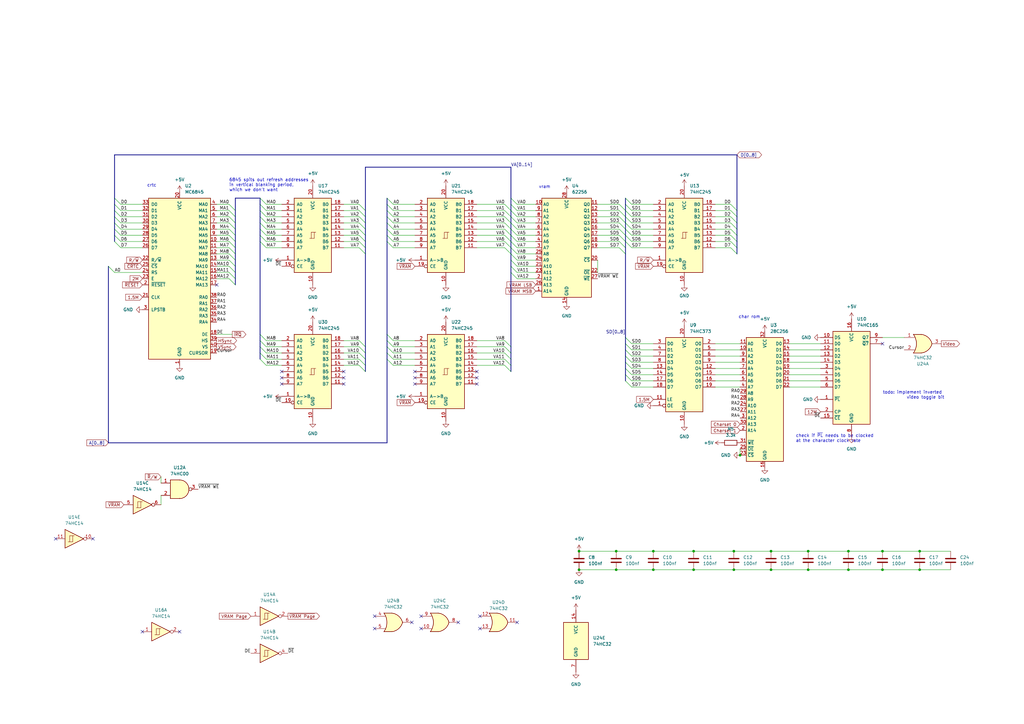
<source format=kicad_sch>
(kicad_sch
	(version 20231120)
	(generator "eeschema")
	(generator_version "8.0")
	(uuid "a4be59a9-1504-4ac5-9a66-eb64ab9a25a8")
	(paper "A3")
	(title_block
		(title "ʕ·ᴥ·ʔ-video")
	)
	
	(junction
		(at 300.99 226.06)
		(diameter 0)
		(color 0 0 0 0)
		(uuid "0145247a-ef6d-4e05-9eab-25d1c86ae441")
	)
	(junction
		(at 267.97 226.06)
		(diameter 0)
		(color 0 0 0 0)
		(uuid "0323fee8-42c4-4021-9ecd-582c613b6b61")
	)
	(junction
		(at 284.48 226.06)
		(diameter 0)
		(color 0 0 0 0)
		(uuid "17e73efd-771d-45bc-a5d3-0698ef326c77")
	)
	(junction
		(at 252.73 233.68)
		(diameter 0)
		(color 0 0 0 0)
		(uuid "184446d7-eae0-4d5a-99f6-b80980e46240")
	)
	(junction
		(at 252.73 226.06)
		(diameter 0)
		(color 0 0 0 0)
		(uuid "2c14b855-d773-4b90-b619-a55c6ab940c1")
	)
	(junction
		(at 331.47 226.06)
		(diameter 0)
		(color 0 0 0 0)
		(uuid "39d69912-c1b3-46f8-850b-35f88f16e8bd")
	)
	(junction
		(at 316.23 233.68)
		(diameter 0)
		(color 0 0 0 0)
		(uuid "5040d899-5c68-4c81-a135-41f66aa2e228")
	)
	(junction
		(at 347.98 226.06)
		(diameter 0)
		(color 0 0 0 0)
		(uuid "5b8b7fdf-fe65-4805-9ef2-5973d754bd54")
	)
	(junction
		(at 300.99 233.68)
		(diameter 0)
		(color 0 0 0 0)
		(uuid "7fa543f2-4b22-47d7-a86c-124e0d664bf1")
	)
	(junction
		(at 347.98 233.68)
		(diameter 0)
		(color 0 0 0 0)
		(uuid "98e56d5c-ded0-4934-89a6-4a00542a77c4")
	)
	(junction
		(at 331.47 233.68)
		(diameter 0)
		(color 0 0 0 0)
		(uuid "9b9bc3ec-3092-4f60-90da-fb2da0961d13")
	)
	(junction
		(at 267.97 233.68)
		(diameter 0)
		(color 0 0 0 0)
		(uuid "a50094a3-ed4e-4db6-a07a-5427657c61ac")
	)
	(junction
		(at 316.23 226.06)
		(diameter 0)
		(color 0 0 0 0)
		(uuid "a6e00574-4aee-4f30-a80c-a98bd98a722d")
	)
	(junction
		(at 377.19 226.06)
		(diameter 0)
		(color 0 0 0 0)
		(uuid "b625fd78-5244-4aa4-9e38-72318959a107")
	)
	(junction
		(at 361.95 233.68)
		(diameter 0)
		(color 0 0 0 0)
		(uuid "d631c047-3fec-4c4f-81b6-a813590040e5")
	)
	(junction
		(at 303.53 186.69)
		(diameter 0)
		(color 0 0 0 0)
		(uuid "e41c7295-f053-4c8b-8851-f651c8186ab4")
	)
	(junction
		(at 237.49 226.06)
		(diameter 0)
		(color 0 0 0 0)
		(uuid "ed801359-cd13-4eb5-b6c7-bba22858c8ac")
	)
	(junction
		(at 361.95 226.06)
		(diameter 0)
		(color 0 0 0 0)
		(uuid "ee6759b9-52a5-4c41-b98b-f1ee539cec55")
	)
	(junction
		(at 284.48 233.68)
		(diameter 0)
		(color 0 0 0 0)
		(uuid "f8221ce1-5246-4ab0-9169-29634a96b395")
	)
	(junction
		(at 377.19 233.68)
		(diameter 0)
		(color 0 0 0 0)
		(uuid "faed5a0f-34a0-4430-8b25-6e280e6091f8")
	)
	(junction
		(at 237.49 233.68)
		(diameter 0)
		(color 0 0 0 0)
		(uuid "fd742227-2528-472a-8052-494ea4b40f82")
	)
	(no_connect
		(at 153.67 252.73)
		(uuid "009fdf76-7cd3-428a-9870-c17b0cb51f18")
	)
	(no_connect
		(at 58.42 259.08)
		(uuid "0d58d9af-aaa4-438c-bc3b-4956da9bcb91")
	)
	(no_connect
		(at 170.18 152.4)
		(uuid "0d9b2d60-f269-4480-aa56-afc516eba27d")
	)
	(no_connect
		(at 38.1 220.98)
		(uuid "111daf3b-3300-4a4e-973d-75c306240fc5")
	)
	(no_connect
		(at 187.96 255.27)
		(uuid "1301f5cc-0ef9-4ac7-8f8d-5bfacef3710b")
	)
	(no_connect
		(at 140.97 157.48)
		(uuid "1cd27313-def5-4577-a73b-d84d4a682526")
	)
	(no_connect
		(at 361.95 140.97)
		(uuid "2767d54d-66f6-4997-a5de-c84689bcec07")
	)
	(no_connect
		(at 153.67 257.81)
		(uuid "27bbe350-2e24-4689-ba89-7551310769ba")
	)
	(no_connect
		(at 172.72 252.73)
		(uuid "28106be5-b049-46fe-b7ef-688b8cf5218f")
	)
	(no_connect
		(at 212.09 255.27)
		(uuid "3a561cbe-0aec-49d7-85a3-5e13388ace82")
	)
	(no_connect
		(at 73.66 259.08)
		(uuid "3beb5ac9-95bc-4bfd-81a6-715bdf692b04")
	)
	(no_connect
		(at 172.72 257.81)
		(uuid "53bdfe76-bbcd-48c8-8388-ccc6b38366e0")
	)
	(no_connect
		(at 195.58 157.48)
		(uuid "59e01b31-9dd6-42b5-a354-39433aba0602")
	)
	(no_connect
		(at 88.9 116.84)
		(uuid "5c505506-6cfb-4ebf-960f-09014d832f36")
	)
	(no_connect
		(at 115.57 157.48)
		(uuid "67d7e1bf-691c-48b9-add4-547f3eab1ea3")
	)
	(no_connect
		(at 170.18 157.48)
		(uuid "69dd0a26-0ffc-4408-bb90-0466a305bdca")
	)
	(no_connect
		(at 140.97 154.94)
		(uuid "6f5f9aee-0523-44f8-874e-a2927d95a8bd")
	)
	(no_connect
		(at 115.57 152.4)
		(uuid "8cc6a774-538a-461c-9e31-003c68128a73")
	)
	(no_connect
		(at 195.58 154.94)
		(uuid "9586f00c-e218-4b04-9d13-1efaf1d1af77")
	)
	(no_connect
		(at 195.58 152.4)
		(uuid "a1406d50-c65b-4207-8279-580c548d1ec4")
	)
	(no_connect
		(at 115.57 154.94)
		(uuid "a34307d5-f3b7-43e0-9fcd-a37360bd5c2b")
	)
	(no_connect
		(at 196.85 257.81)
		(uuid "aaddd7a9-5dcc-43a5-ae4d-e08624d390c1")
	)
	(no_connect
		(at 22.86 220.98)
		(uuid "aee49d9e-8230-4fbd-be46-437c9c23ceb4")
	)
	(no_connect
		(at 140.97 152.4)
		(uuid "c61c53d0-4c19-4fc0-8676-69f8ced7279c")
	)
	(no_connect
		(at 196.85 252.73)
		(uuid "cdb85680-6d64-4fc7-bb81-c3e2bf20da9f")
	)
	(no_connect
		(at 170.18 154.94)
		(uuid "e404e516-47de-41d6-9488-6c95cc7d5acc")
	)
	(no_connect
		(at 168.91 255.27)
		(uuid "e5eeda08-8b38-463f-817d-cd7c7f4caf5b")
	)
	(bus_entry
		(at 147.32 147.32)
		(size 2.54 2.54)
		(stroke
			(width 0)
			(type default)
		)
		(uuid "0095f917-0699-4be8-a48e-fed973a4d4ba")
	)
	(bus_entry
		(at 96.52 88.9)
		(size -2.54 -2.54)
		(stroke
			(width 0)
			(type default)
		)
		(uuid "01ce8394-6724-4346-a6cf-a06c8697b871")
	)
	(bus_entry
		(at 254 86.36)
		(size 2.54 2.54)
		(stroke
			(width 0)
			(type default)
		)
		(uuid "03e721db-315a-481a-8785-0403ffa8efc1")
	)
	(bus_entry
		(at 147.32 93.98)
		(size 2.54 2.54)
		(stroke
			(width 0)
			(type default)
		)
		(uuid "06f03bda-19bd-4d86-9110-3b9f7bc71e7f")
	)
	(bus_entry
		(at 46.99 86.36)
		(size 2.54 2.54)
		(stroke
			(width 0)
			(type default)
		)
		(uuid "0a0a8205-a212-4074-ac0a-2ad675c975cf")
	)
	(bus_entry
		(at 254 101.6)
		(size 2.54 2.54)
		(stroke
			(width 0)
			(type default)
		)
		(uuid "0e35145a-26ac-43ea-b233-1192eb0e495a")
	)
	(bus_entry
		(at 256.54 153.67)
		(size 2.54 2.54)
		(stroke
			(width 0)
			(type default)
		)
		(uuid "0fb556d2-d961-4d16-b9bf-0c06c0499440")
	)
	(bus_entry
		(at 106.68 88.9)
		(size 2.54 2.54)
		(stroke
			(width 0)
			(type default)
		)
		(uuid "10c2b07c-e6a0-438b-97d7-7878e0528595")
	)
	(bus_entry
		(at 209.55 86.36)
		(size 2.54 2.54)
		(stroke
			(width 0)
			(type default)
		)
		(uuid "10f823b2-b31c-4826-804f-f4399e6ad4bf")
	)
	(bus_entry
		(at 256.54 81.28)
		(size 2.54 2.54)
		(stroke
			(width 0)
			(type default)
		)
		(uuid "126ebde0-6ef4-4818-876c-f2e4e50958bd")
	)
	(bus_entry
		(at 209.55 144.78)
		(size -2.54 -2.54)
		(stroke
			(width 0)
			(type default)
		)
		(uuid "139edcde-6515-4d2b-aa87-c4591d323502")
	)
	(bus_entry
		(at 106.68 81.28)
		(size 2.54 2.54)
		(stroke
			(width 0)
			(type default)
		)
		(uuid "13a984b3-5670-4396-851c-9dd58b83e3b2")
	)
	(bus_entry
		(at 256.54 156.21)
		(size 2.54 2.54)
		(stroke
			(width 0)
			(type default)
		)
		(uuid "17092557-81ca-440b-9781-c96195cd06ee")
	)
	(bus_entry
		(at 158.75 93.98)
		(size 2.54 2.54)
		(stroke
			(width 0)
			(type default)
		)
		(uuid "19195208-f7c4-40a4-8883-023e1504d01a")
	)
	(bus_entry
		(at 158.75 91.44)
		(size 2.54 2.54)
		(stroke
			(width 0)
			(type default)
		)
		(uuid "191a0713-7286-418e-aea0-0557af4aa7d1")
	)
	(bus_entry
		(at 299.72 93.98)
		(size 2.54 2.54)
		(stroke
			(width 0)
			(type default)
		)
		(uuid "1c620a96-48be-493b-a7a4-c9cf5d85c152")
	)
	(bus_entry
		(at 147.32 144.78)
		(size 2.54 2.54)
		(stroke
			(width 0)
			(type default)
		)
		(uuid "1ef16283-3379-49cc-89b6-9cd5f1f78e46")
	)
	(bus_entry
		(at 256.54 138.43)
		(size 2.54 2.54)
		(stroke
			(width 0)
			(type default)
		)
		(uuid "2251a7d6-e578-426a-9e90-d0ef974c30ec")
	)
	(bus_entry
		(at 96.52 104.14)
		(size -2.54 -2.54)
		(stroke
			(width 0)
			(type default)
		)
		(uuid "25a479be-38c5-4518-bfb3-0db030ea9a54")
	)
	(bus_entry
		(at 147.32 149.86)
		(size 2.54 2.54)
		(stroke
			(width 0)
			(type default)
		)
		(uuid "26679aa8-6413-464a-88df-0f4ec9cc3f7d")
	)
	(bus_entry
		(at 254 93.98)
		(size 2.54 2.54)
		(stroke
			(width 0)
			(type default)
		)
		(uuid "2973f24f-e055-4b13-9286-81ff01447ef9")
	)
	(bus_entry
		(at 209.55 91.44)
		(size -2.54 -2.54)
		(stroke
			(width 0)
			(type default)
		)
		(uuid "2b8497f7-1470-467b-bb48-f9cc993ae1da")
	)
	(bus_entry
		(at 158.75 83.82)
		(size 2.54 2.54)
		(stroke
			(width 0)
			(type default)
		)
		(uuid "2c637147-e115-4c90-adc7-83e21afa8f10")
	)
	(bus_entry
		(at 158.75 147.32)
		(size 2.54 2.54)
		(stroke
			(width 0)
			(type default)
		)
		(uuid "2f3b1b13-96f4-4ec1-8fa4-c2e636b0f4fb")
	)
	(bus_entry
		(at 209.55 99.06)
		(size -2.54 -2.54)
		(stroke
			(width 0)
			(type default)
		)
		(uuid "30746714-f32f-48d9-b2eb-1da8574836db")
	)
	(bus_entry
		(at 209.55 88.9)
		(size -2.54 -2.54)
		(stroke
			(width 0)
			(type default)
		)
		(uuid "3313504a-f071-4fb7-9eb9-b6e5f26fa8c1")
	)
	(bus_entry
		(at 158.75 137.16)
		(size 2.54 2.54)
		(stroke
			(width 0)
			(type default)
		)
		(uuid "3405fb25-e54d-40e3-b2a8-df91f4f30911")
	)
	(bus_entry
		(at 299.72 91.44)
		(size 2.54 2.54)
		(stroke
			(width 0)
			(type default)
		)
		(uuid "39d790f7-cc81-4f03-a170-e40b6979b9ce")
	)
	(bus_entry
		(at 256.54 146.05)
		(size 2.54 2.54)
		(stroke
			(width 0)
			(type default)
		)
		(uuid "3adfdf24-2e6b-4df1-b885-37694b63ed35")
	)
	(bus_entry
		(at 106.68 99.06)
		(size 2.54 2.54)
		(stroke
			(width 0)
			(type default)
		)
		(uuid "3c106cf5-5222-48b1-a6bf-3a47eef8b8a0")
	)
	(bus_entry
		(at 106.68 139.7)
		(size 2.54 2.54)
		(stroke
			(width 0)
			(type default)
		)
		(uuid "3e789ee5-a60b-43c5-b3ab-0bbd1ea94aad")
	)
	(bus_entry
		(at 96.52 111.76)
		(size -2.54 -2.54)
		(stroke
			(width 0)
			(type default)
		)
		(uuid "3ffea260-82c8-432a-9e8e-d3a7b002a6cc")
	)
	(bus_entry
		(at 209.55 96.52)
		(size -2.54 -2.54)
		(stroke
			(width 0)
			(type default)
		)
		(uuid "430a79d2-4df8-4f0d-9ab4-9418db4d408a")
	)
	(bus_entry
		(at 299.72 96.52)
		(size 2.54 2.54)
		(stroke
			(width 0)
			(type default)
		)
		(uuid "449ea6c6-99c7-4b75-b797-b72ecc3b3a98")
	)
	(bus_entry
		(at 106.68 147.32)
		(size 2.54 2.54)
		(stroke
			(width 0)
			(type default)
		)
		(uuid "488f3a33-9e96-4f39-a513-661e84447b97")
	)
	(bus_entry
		(at 147.32 139.7)
		(size 2.54 2.54)
		(stroke
			(width 0)
			(type default)
		)
		(uuid "48d6bd7a-cf63-4079-8bc1-d554a4c41b35")
	)
	(bus_entry
		(at 256.54 93.98)
		(size 2.54 2.54)
		(stroke
			(width 0)
			(type default)
		)
		(uuid "49e42d23-8a67-4a68-86d0-673fdc002809")
	)
	(bus_entry
		(at 147.32 99.06)
		(size 2.54 2.54)
		(stroke
			(width 0)
			(type default)
		)
		(uuid "4a5b8a48-2572-40ed-9d26-07fd89ece5dc")
	)
	(bus_entry
		(at 147.32 96.52)
		(size 2.54 2.54)
		(stroke
			(width 0)
			(type default)
		)
		(uuid "4bdf2acc-1db0-4594-8a22-ebc4762b60ac")
	)
	(bus_entry
		(at 147.32 101.6)
		(size 2.54 2.54)
		(stroke
			(width 0)
			(type default)
		)
		(uuid "4db25b1d-a6a9-41f6-bf00-e062247007a1")
	)
	(bus_entry
		(at 299.72 99.06)
		(size 2.54 2.54)
		(stroke
			(width 0)
			(type default)
		)
		(uuid "4e12c1d9-39f3-4978-82e1-cc5b4b1c8df7")
	)
	(bus_entry
		(at 299.72 88.9)
		(size 2.54 2.54)
		(stroke
			(width 0)
			(type default)
		)
		(uuid "50bf3e30-41e4-411b-b983-97c6e4cc7dd6")
	)
	(bus_entry
		(at 147.32 88.9)
		(size 2.54 2.54)
		(stroke
			(width 0)
			(type default)
		)
		(uuid "50e4dd2a-aada-4d3b-a587-3dd0cca5a044")
	)
	(bus_entry
		(at 209.55 96.52)
		(size 2.54 2.54)
		(stroke
			(width 0)
			(type default)
		)
		(uuid "53d8192a-098b-41bd-9165-748831feb72c")
	)
	(bus_entry
		(at 46.99 81.28)
		(size 2.54 2.54)
		(stroke
			(width 0)
			(type default)
		)
		(uuid "5629c58d-07e4-479c-be32-2cb6c9ace389")
	)
	(bus_entry
		(at 46.99 99.06)
		(size 2.54 2.54)
		(stroke
			(width 0)
			(type default)
		)
		(uuid "5775b881-a0f5-4569-b47d-241dc70930f0")
	)
	(bus_entry
		(at 256.54 143.51)
		(size 2.54 2.54)
		(stroke
			(width 0)
			(type default)
		)
		(uuid "5bb58f03-7b8f-4d7d-b765-42727fcfaaa0")
	)
	(bus_entry
		(at 209.55 106.68)
		(size 2.54 2.54)
		(stroke
			(width 0)
			(type default)
		)
		(uuid "5cc799ca-d3f6-43ce-9332-a549c5b55d54")
	)
	(bus_entry
		(at 106.68 83.82)
		(size 2.54 2.54)
		(stroke
			(width 0)
			(type default)
		)
		(uuid "5f367111-a4f8-476b-ab5c-fdf3ba082348")
	)
	(bus_entry
		(at 106.68 142.24)
		(size 2.54 2.54)
		(stroke
			(width 0)
			(type default)
		)
		(uuid "62ee9c04-4ea4-4e61-be5a-7cb6af7ddb65")
	)
	(bus_entry
		(at 147.32 91.44)
		(size 2.54 2.54)
		(stroke
			(width 0)
			(type default)
		)
		(uuid "635bb527-a2df-477f-8a71-e1a2d7dab561")
	)
	(bus_entry
		(at 106.68 86.36)
		(size 2.54 2.54)
		(stroke
			(width 0)
			(type default)
		)
		(uuid "64a476ce-5b5f-4538-9b74-36a6b4e5478c")
	)
	(bus_entry
		(at 256.54 83.82)
		(size 2.54 2.54)
		(stroke
			(width 0)
			(type default)
		)
		(uuid "64d8e591-4973-4ea9-a1ef-903f80af8e82")
	)
	(bus_entry
		(at 254 96.52)
		(size 2.54 2.54)
		(stroke
			(width 0)
			(type default)
		)
		(uuid "663326f9-a181-47cd-a339-f9c9340bb62a")
	)
	(bus_entry
		(at 256.54 151.13)
		(size 2.54 2.54)
		(stroke
			(width 0)
			(type default)
		)
		(uuid "67d2bd30-bca1-414c-8341-e2bf47044a84")
	)
	(bus_entry
		(at 209.55 149.86)
		(size -2.54 -2.54)
		(stroke
			(width 0)
			(type default)
		)
		(uuid "6a7f06de-02ea-475b-bed4-47252846ef90")
	)
	(bus_entry
		(at 209.55 152.4)
		(size -2.54 -2.54)
		(stroke
			(width 0)
			(type default)
		)
		(uuid "6bb9bf82-9f40-4b7b-85b2-44c7fb70dfff")
	)
	(bus_entry
		(at 96.52 86.36)
		(size -2.54 -2.54)
		(stroke
			(width 0)
			(type default)
		)
		(uuid "6bf2b550-543f-49e0-9132-a912bea9e61a")
	)
	(bus_entry
		(at 96.52 106.68)
		(size -2.54 -2.54)
		(stroke
			(width 0)
			(type default)
		)
		(uuid "70170c9e-0acb-45fd-b8f5-3985a5c1a9de")
	)
	(bus_entry
		(at 209.55 111.76)
		(size 2.54 2.54)
		(stroke
			(width 0)
			(type default)
		)
		(uuid "727e65e1-defa-4d6b-afd6-e8a0e5419a61")
	)
	(bus_entry
		(at 299.72 83.82)
		(size 2.54 2.54)
		(stroke
			(width 0)
			(type default)
		)
		(uuid "75ab6512-e23b-4d8b-997f-2afc63e66636")
	)
	(bus_entry
		(at 256.54 91.44)
		(size 2.54 2.54)
		(stroke
			(width 0)
			(type default)
		)
		(uuid "7a62a32b-895e-4054-959b-ad6bdbbf064d")
	)
	(bus_entry
		(at 209.55 86.36)
		(size -2.54 -2.54)
		(stroke
			(width 0)
			(type default)
		)
		(uuid "7b3569ca-e571-4429-a9a1-79f12ea8d71c")
	)
	(bus_entry
		(at 254 83.82)
		(size 2.54 2.54)
		(stroke
			(width 0)
			(type default)
		)
		(uuid "7befef95-505e-42e5-9563-87b05bb0a610")
	)
	(bus_entry
		(at 96.52 116.84)
		(size -2.54 -2.54)
		(stroke
			(width 0)
			(type default)
		)
		(uuid "7ce05b57-e86f-46f8-b429-3312b32255af")
	)
	(bus_entry
		(at 209.55 147.32)
		(size -2.54 -2.54)
		(stroke
			(width 0)
			(type default)
		)
		(uuid "7f7ad328-0b64-49a1-9d03-ddf2f7baaef3")
	)
	(bus_entry
		(at 256.54 148.59)
		(size 2.54 2.54)
		(stroke
			(width 0)
			(type default)
		)
		(uuid "81022cb3-5659-4479-bb23-39dbb1720892")
	)
	(bus_entry
		(at 256.54 88.9)
		(size 2.54 2.54)
		(stroke
			(width 0)
			(type default)
		)
		(uuid "837d8bb3-401a-4704-a4ba-9d7925a5e6e2")
	)
	(bus_entry
		(at 209.55 104.14)
		(size -2.54 -2.54)
		(stroke
			(width 0)
			(type default)
		)
		(uuid "83ad8385-fbb3-471c-85d7-dd5e4e839395")
	)
	(bus_entry
		(at 46.99 96.52)
		(size 2.54 2.54)
		(stroke
			(width 0)
			(type default)
		)
		(uuid "8540b3b9-c285-48f8-8b03-313d2145c31d")
	)
	(bus_entry
		(at 209.55 88.9)
		(size 2.54 2.54)
		(stroke
			(width 0)
			(type default)
		)
		(uuid "89062916-ca87-462c-a268-38a2287f12b2")
	)
	(bus_entry
		(at 96.52 114.3)
		(size -2.54 -2.54)
		(stroke
			(width 0)
			(type default)
		)
		(uuid "8c917c2b-6ff8-4d02-bbe2-427de1bdd5d7")
	)
	(bus_entry
		(at 46.99 93.98)
		(size 2.54 2.54)
		(stroke
			(width 0)
			(type default)
		)
		(uuid "935c3afc-62c6-4b57-b3fb-799c112c9af3")
	)
	(bus_entry
		(at 254 88.9)
		(size 2.54 2.54)
		(stroke
			(width 0)
			(type default)
		)
		(uuid "95bf1f67-4479-4b62-ba32-65f80472ed01")
	)
	(bus_entry
		(at 158.75 142.24)
		(size 2.54 2.54)
		(stroke
			(width 0)
			(type default)
		)
		(uuid "9701ab35-c092-4536-8b74-2dbfd8a9a89d")
	)
	(bus_entry
		(at 256.54 99.06)
		(size 2.54 2.54)
		(stroke
			(width 0)
			(type default)
		)
		(uuid "9dbbf3f3-0a62-4f8d-baa9-1936b3f198f0")
	)
	(bus_entry
		(at 96.52 109.22)
		(size -2.54 -2.54)
		(stroke
			(width 0)
			(type default)
		)
		(uuid "9e313f80-ccbe-48cb-816d-d0a5935415a8")
	)
	(bus_entry
		(at 256.54 96.52)
		(size 2.54 2.54)
		(stroke
			(width 0)
			(type default)
		)
		(uuid "9e864392-c00f-4405-8c96-8a56669c021a")
	)
	(bus_entry
		(at 209.55 109.22)
		(size 2.54 2.54)
		(stroke
			(width 0)
			(type default)
		)
		(uuid "a178b13f-b573-44d9-b0d6-b201f101065d")
	)
	(bus_entry
		(at 46.99 83.82)
		(size 2.54 2.54)
		(stroke
			(width 0)
			(type default)
		)
		(uuid "a3503ad6-6255-4fa1-a3fb-e016ecb4127a")
	)
	(bus_entry
		(at 209.55 93.98)
		(size 2.54 2.54)
		(stroke
			(width 0)
			(type default)
		)
		(uuid "a36f2336-9730-478c-b6f2-d8d0bf546d49")
	)
	(bus_entry
		(at 209.55 142.24)
		(size -2.54 -2.54)
		(stroke
			(width 0)
			(type default)
		)
		(uuid "a3902d03-58eb-4362-a461-d910a3febdf5")
	)
	(bus_entry
		(at 96.52 96.52)
		(size -2.54 -2.54)
		(stroke
			(width 0)
			(type default)
		)
		(uuid "a4609431-fde9-48e2-b022-cacab2e43e2e")
	)
	(bus_entry
		(at 46.99 91.44)
		(size 2.54 2.54)
		(stroke
			(width 0)
			(type default)
		)
		(uuid "a866049e-a6e0-43fa-b8ea-1cc19625fdd9")
	)
	(bus_entry
		(at 106.68 91.44)
		(size 2.54 2.54)
		(stroke
			(width 0)
			(type default)
		)
		(uuid "a9f6158e-c2d6-42ea-8af3-38df031725e9")
	)
	(bus_entry
		(at 106.68 144.78)
		(size 2.54 2.54)
		(stroke
			(width 0)
			(type default)
		)
		(uuid "ab91c2ad-b945-408f-a076-f98fde27ec38")
	)
	(bus_entry
		(at 96.52 101.6)
		(size -2.54 -2.54)
		(stroke
			(width 0)
			(type default)
		)
		(uuid "af13fa4a-8d47-4316-a876-e1eb05162d74")
	)
	(bus_entry
		(at 209.55 81.28)
		(size 2.54 2.54)
		(stroke
			(width 0)
			(type default)
		)
		(uuid "b07fe230-eb8a-4a24-9cf8-0b9ad2e27e08")
	)
	(bus_entry
		(at 158.75 96.52)
		(size 2.54 2.54)
		(stroke
			(width 0)
			(type default)
		)
		(uuid "b153611e-6cfb-40d1-a093-b91b7bdbc025")
	)
	(bus_entry
		(at 147.32 142.24)
		(size 2.54 2.54)
		(stroke
			(width 0)
			(type default)
		)
		(uuid "b61e3777-1c75-4630-a1db-284ae9c6cac6")
	)
	(bus_entry
		(at 254 91.44)
		(size 2.54 2.54)
		(stroke
			(width 0)
			(type default)
		)
		(uuid "b6aab3d0-ad33-4c6a-867f-efcbcfaf8c08")
	)
	(bus_entry
		(at 46.99 111.76)
		(size -2.54 -2.54)
		(stroke
			(width 0)
			(type default)
		)
		(uuid "b8921af9-e1d7-42fd-90f0-a31b926395c4")
	)
	(bus_entry
		(at 46.99 88.9)
		(size 2.54 2.54)
		(stroke
			(width 0)
			(type default)
		)
		(uuid "b9029977-2c8e-421c-a62b-b58d160c311b")
	)
	(bus_entry
		(at 158.75 99.06)
		(size 2.54 2.54)
		(stroke
			(width 0)
			(type default)
		)
		(uuid "b915b7c5-9b3b-47c3-b8f0-69eb3555ee14")
	)
	(bus_entry
		(at 106.68 96.52)
		(size 2.54 2.54)
		(stroke
			(width 0)
			(type default)
		)
		(uuid "ba15796d-c57d-46f3-bfb5-22a74720c008")
	)
	(bus_entry
		(at 158.75 88.9)
		(size 2.54 2.54)
		(stroke
			(width 0)
			(type default)
		)
		(uuid "ba287e97-1127-428e-9c85-1cff9118b5a8")
	)
	(bus_entry
		(at 254 99.06)
		(size 2.54 2.54)
		(stroke
			(width 0)
			(type default)
		)
		(uuid "bb347d85-c89d-4e6e-a689-a39547090738")
	)
	(bus_entry
		(at 209.55 91.44)
		(size 2.54 2.54)
		(stroke
			(width 0)
			(type default)
		)
		(uuid "bfe6cca6-311b-4ae8-ba4a-5806afe72ab3")
	)
	(bus_entry
		(at 209.55 101.6)
		(size -2.54 -2.54)
		(stroke
			(width 0)
			(type default)
		)
		(uuid "c41bf8c6-dd2f-4ca3-bede-b7ca747a71fc")
	)
	(bus_entry
		(at 158.75 81.28)
		(size 2.54 2.54)
		(stroke
			(width 0)
			(type default)
		)
		(uuid "c63523e2-7aa4-4658-9987-2f9c3202f7d7")
	)
	(bus_entry
		(at 256.54 86.36)
		(size 2.54 2.54)
		(stroke
			(width 0)
			(type default)
		)
		(uuid "c65ee8f1-b9b8-4b30-ab69-5dcdbaaf4e1c")
	)
	(bus_entry
		(at 147.32 83.82)
		(size 2.54 2.54)
		(stroke
			(width 0)
			(type default)
		)
		(uuid "cb4730e2-d2a2-4b12-bf47-4a816dab4d79")
	)
	(bus_entry
		(at 209.55 83.82)
		(size 2.54 2.54)
		(stroke
			(width 0)
			(type default)
		)
		(uuid "cb97f8a7-4049-4594-acab-688da1eb3a36")
	)
	(bus_entry
		(at 209.55 104.14)
		(size 2.54 2.54)
		(stroke
			(width 0)
			(type default)
		)
		(uuid "d024af70-0ac1-454c-adca-89fdea4b5fbb")
	)
	(bus_entry
		(at 209.55 93.98)
		(size -2.54 -2.54)
		(stroke
			(width 0)
			(type default)
		)
		(uuid "d1e5a431-220e-46a2-854d-8fea7d0b6b06")
	)
	(bus_entry
		(at 299.72 101.6)
		(size 2.54 2.54)
		(stroke
			(width 0)
			(type default)
		)
		(uuid "d4d9c6ff-c061-462b-a228-98146f9f38eb")
	)
	(bus_entry
		(at 299.72 86.36)
		(size 2.54 2.54)
		(stroke
			(width 0)
			(type default)
		)
		(uuid "d89ddb1e-e85c-402c-9d38-76944b2b2251")
	)
	(bus_entry
		(at 256.54 140.97)
		(size 2.54 2.54)
		(stroke
			(width 0)
			(type default)
		)
		(uuid "dbc8ae58-6ddf-43d6-9e0c-c1d6d8145fc4")
	)
	(bus_entry
		(at 96.52 99.06)
		(size -2.54 -2.54)
		(stroke
			(width 0)
			(type default)
		)
		(uuid "e120782d-3b75-4d47-92f4-c65b78b4b2f0")
	)
	(bus_entry
		(at 147.32 86.36)
		(size 2.54 2.54)
		(stroke
			(width 0)
			(type default)
		)
		(uuid "e7785fe2-7fb2-4239-861f-3f7326c7c0a2")
	)
	(bus_entry
		(at 106.68 93.98)
		(size 2.54 2.54)
		(stroke
			(width 0)
			(type default)
		)
		(uuid "e9bee5bb-0140-4171-8736-47d11fbfe770")
	)
	(bus_entry
		(at 209.55 99.06)
		(size 2.54 2.54)
		(stroke
			(width 0)
			(type default)
		)
		(uuid "ee46d806-4108-4394-92f2-d69e03d7bdf8")
	)
	(bus_entry
		(at 158.75 139.7)
		(size 2.54 2.54)
		(stroke
			(width 0)
			(type default)
		)
		(uuid "f085b35e-0f6b-41b7-b539-9096971c93ee")
	)
	(bus_entry
		(at 209.55 101.6)
		(size 2.54 2.54)
		(stroke
			(width 0)
			(type default)
		)
		(uuid "f507ecc0-2515-41eb-82d4-b3ef7c0f84dd")
	)
	(bus_entry
		(at 106.68 137.16)
		(size 2.54 2.54)
		(stroke
			(width 0)
			(type default)
		)
		(uuid "f9e11a6d-d361-4d31-9143-f531ec4a1d01")
	)
	(bus_entry
		(at 96.52 93.98)
		(size -2.54 -2.54)
		(stroke
			(width 0)
			(type default)
		)
		(uuid "fa6eb1c6-af77-4b03-a705-374a00818a98")
	)
	(bus_entry
		(at 96.52 91.44)
		(size -2.54 -2.54)
		(stroke
			(width 0)
			(type default)
		)
		(uuid "fca813ce-6b8d-4ddb-b83c-1246293d605c")
	)
	(bus_entry
		(at 158.75 144.78)
		(size 2.54 2.54)
		(stroke
			(width 0)
			(type default)
		)
		(uuid "fe1acf91-8957-46be-b45c-294da4970e17")
	)
	(bus_entry
		(at 158.75 86.36)
		(size 2.54 2.54)
		(stroke
			(width 0)
			(type default)
		)
		(uuid "fe4bbdd3-9d42-4f1e-9a25-ffe19d6076ea")
	)
	(wire
		(pts
			(xy 161.29 83.82) (xy 170.18 83.82)
		)
		(stroke
			(width 0)
			(type default)
		)
		(uuid "0002d5c5-2885-4ace-8a23-06091b0036d2")
	)
	(bus
		(pts
			(xy 106.68 99.06) (xy 106.68 137.16)
		)
		(stroke
			(width 0)
			(type default)
		)
		(uuid "009e49ce-f00a-42f2-abba-2dab1989a8c0")
	)
	(bus
		(pts
			(xy 256.54 91.44) (xy 256.54 93.98)
		)
		(stroke
			(width 0)
			(type default)
		)
		(uuid "0129fc07-2c8f-4f48-b67f-a1250c8409e6")
	)
	(bus
		(pts
			(xy 302.26 88.9) (xy 302.26 91.44)
		)
		(stroke
			(width 0)
			(type default)
		)
		(uuid "01a734d2-194f-4f02-a1c3-b653d7d45beb")
	)
	(wire
		(pts
			(xy 88.9 88.9) (xy 93.98 88.9)
		)
		(stroke
			(width 0)
			(type default)
		)
		(uuid "029a7052-a6c2-434f-80ee-6b13c6540107")
	)
	(bus
		(pts
			(xy 149.86 147.32) (xy 149.86 149.86)
		)
		(stroke
			(width 0)
			(type default)
		)
		(uuid "02f04f5d-5a8e-418c-9c4c-f3db6fbcca66")
	)
	(wire
		(pts
			(xy 212.09 106.68) (xy 219.71 106.68)
		)
		(stroke
			(width 0)
			(type default)
		)
		(uuid "041af53c-f813-4021-b058-aba5e344b64f")
	)
	(wire
		(pts
			(xy 195.58 96.52) (xy 207.01 96.52)
		)
		(stroke
			(width 0)
			(type default)
		)
		(uuid "04dc2913-b3fb-4c35-8637-2ebd01d00e27")
	)
	(bus
		(pts
			(xy 209.55 88.9) (xy 209.55 91.44)
		)
		(stroke
			(width 0)
			(type default)
		)
		(uuid "062a2059-c505-401c-b541-d2de45bc90de")
	)
	(wire
		(pts
			(xy 361.95 233.68) (xy 377.19 233.68)
		)
		(stroke
			(width 0)
			(type default)
		)
		(uuid "069a5028-da71-40c7-8294-d81d6d8e14bb")
	)
	(wire
		(pts
			(xy 293.37 146.05) (xy 303.53 146.05)
		)
		(stroke
			(width 0)
			(type default)
		)
		(uuid "06fbf73d-ed49-4064-97ee-2210227f1489")
	)
	(wire
		(pts
			(xy 259.08 153.67) (xy 267.97 153.67)
		)
		(stroke
			(width 0)
			(type default)
		)
		(uuid "0b9d094b-66cf-4faa-b952-21f66eb0f356")
	)
	(wire
		(pts
			(xy 49.53 96.52) (xy 58.42 96.52)
		)
		(stroke
			(width 0)
			(type default)
		)
		(uuid "0be9362c-c80c-409c-962c-b9bf5ec68a1a")
	)
	(wire
		(pts
			(xy 88.9 96.52) (xy 93.98 96.52)
		)
		(stroke
			(width 0)
			(type default)
		)
		(uuid "0c88f9ce-25df-40e0-9017-6d2690f95598")
	)
	(wire
		(pts
			(xy 284.48 226.06) (xy 300.99 226.06)
		)
		(stroke
			(width 0)
			(type default)
		)
		(uuid "0cfbdba8-a6ad-46ad-9f2c-59d740760ea2")
	)
	(wire
		(pts
			(xy 293.37 153.67) (xy 303.53 153.67)
		)
		(stroke
			(width 0)
			(type default)
		)
		(uuid "0e81295f-19eb-4fa6-975f-07b78b63f8b0")
	)
	(bus
		(pts
			(xy 209.55 149.86) (xy 209.55 152.4)
		)
		(stroke
			(width 0)
			(type default)
		)
		(uuid "10304b75-0ccd-47c2-8239-96f7af81376b")
	)
	(bus
		(pts
			(xy 106.68 88.9) (xy 106.68 91.44)
		)
		(stroke
			(width 0)
			(type default)
		)
		(uuid "1035db82-f91e-46fe-b3ae-f5b7ec6ec378")
	)
	(wire
		(pts
			(xy 161.29 101.6) (xy 170.18 101.6)
		)
		(stroke
			(width 0)
			(type default)
		)
		(uuid "1052485a-0bd3-4cff-bd7b-b997bdcada0c")
	)
	(wire
		(pts
			(xy 195.58 149.86) (xy 207.01 149.86)
		)
		(stroke
			(width 0)
			(type default)
		)
		(uuid "10d59b5a-2456-4db2-963a-0ef24bc3ea1f")
	)
	(wire
		(pts
			(xy 140.97 99.06) (xy 147.32 99.06)
		)
		(stroke
			(width 0)
			(type default)
		)
		(uuid "1134fd28-ebe0-4c94-9b79-8b5dfdcd790e")
	)
	(bus
		(pts
			(xy 209.55 111.76) (xy 209.55 142.24)
		)
		(stroke
			(width 0)
			(type default)
		)
		(uuid "118134ae-3f31-401a-8061-d677c7c9f830")
	)
	(wire
		(pts
			(xy 140.97 83.82) (xy 147.32 83.82)
		)
		(stroke
			(width 0)
			(type default)
		)
		(uuid "13036e05-459a-430b-869a-d7e371f610c8")
	)
	(wire
		(pts
			(xy 88.9 106.68) (xy 93.98 106.68)
		)
		(stroke
			(width 0)
			(type default)
		)
		(uuid "13c6d278-bc61-4ef8-b712-6d0598cf296f")
	)
	(bus
		(pts
			(xy 44.45 181.61) (xy 158.75 181.61)
		)
		(stroke
			(width 0)
			(type default)
		)
		(uuid "16fa1a5e-4658-4fcd-81a5-53aaf335c204")
	)
	(wire
		(pts
			(xy 245.11 91.44) (xy 254 91.44)
		)
		(stroke
			(width 0)
			(type default)
		)
		(uuid "16fce822-bb69-4f87-bd62-04ca68ea3280")
	)
	(bus
		(pts
			(xy 96.52 104.14) (xy 96.52 106.68)
		)
		(stroke
			(width 0)
			(type default)
		)
		(uuid "17f0c2c5-636f-4108-be96-0030539afbb2")
	)
	(wire
		(pts
			(xy 161.29 149.86) (xy 170.18 149.86)
		)
		(stroke
			(width 0)
			(type default)
		)
		(uuid "191ecd9a-d003-4e4f-9387-e9a8fb712e52")
	)
	(bus
		(pts
			(xy 149.86 93.98) (xy 149.86 91.44)
		)
		(stroke
			(width 0)
			(type default)
		)
		(uuid "19884772-7760-4dfe-965b-4fa71e2781d7")
	)
	(bus
		(pts
			(xy 106.68 142.24) (xy 106.68 144.78)
		)
		(stroke
			(width 0)
			(type default)
		)
		(uuid "1a0beb4b-f7ff-4d60-aaa7-bfffd029afe5")
	)
	(bus
		(pts
			(xy 209.55 144.78) (xy 209.55 147.32)
		)
		(stroke
			(width 0)
			(type default)
		)
		(uuid "1ab20470-ea80-48e5-baed-b61c685aa102")
	)
	(bus
		(pts
			(xy 96.52 88.9) (xy 96.52 91.44)
		)
		(stroke
			(width 0)
			(type default)
		)
		(uuid "1c7e6179-f2b0-4978-a207-aa9920cf4e8d")
	)
	(bus
		(pts
			(xy 256.54 140.97) (xy 256.54 143.51)
		)
		(stroke
			(width 0)
			(type default)
		)
		(uuid "1de41d22-137c-4bff-aadc-bd254d700a70")
	)
	(bus
		(pts
			(xy 106.68 96.52) (xy 106.68 99.06)
		)
		(stroke
			(width 0)
			(type default)
		)
		(uuid "1fec8e5b-77db-4948-9165-0cb5880cc6bc")
	)
	(wire
		(pts
			(xy 195.58 86.36) (xy 207.01 86.36)
		)
		(stroke
			(width 0)
			(type default)
		)
		(uuid "20393a76-28bb-4ffa-8bbf-177d46fad023")
	)
	(wire
		(pts
			(xy 161.29 147.32) (xy 170.18 147.32)
		)
		(stroke
			(width 0)
			(type default)
		)
		(uuid "215c1aa0-661a-416f-9f9d-3f9015c19bf7")
	)
	(wire
		(pts
			(xy 316.23 233.68) (xy 331.47 233.68)
		)
		(stroke
			(width 0)
			(type default)
		)
		(uuid "21c9b82e-a240-4523-b977-249b65dc9ca3")
	)
	(bus
		(pts
			(xy 158.75 88.9) (xy 158.75 91.44)
		)
		(stroke
			(width 0)
			(type default)
		)
		(uuid "2230caa6-e912-4730-bdc8-f733f28743f1")
	)
	(bus
		(pts
			(xy 149.86 68.58) (xy 209.55 68.58)
		)
		(stroke
			(width 0)
			(type default)
		)
		(uuid "22495606-9b5f-41e1-9ae7-16cf2e0199e6")
	)
	(bus
		(pts
			(xy 256.54 93.98) (xy 256.54 96.52)
		)
		(stroke
			(width 0)
			(type default)
		)
		(uuid "22e0859c-64a9-4472-9734-7517e8398ae7")
	)
	(bus
		(pts
			(xy 302.26 99.06) (xy 302.26 101.6)
		)
		(stroke
			(width 0)
			(type default)
		)
		(uuid "22f774e8-07a4-4203-b5c9-663207ab8ee6")
	)
	(wire
		(pts
			(xy 377.19 226.06) (xy 389.89 226.06)
		)
		(stroke
			(width 0)
			(type default)
		)
		(uuid "22f7f6d9-5558-41d3-a6d9-24350af6ca46")
	)
	(wire
		(pts
			(xy 361.95 226.06) (xy 377.19 226.06)
		)
		(stroke
			(width 0)
			(type default)
		)
		(uuid "23d27533-b94e-496f-9f51-83f98a6d567b")
	)
	(wire
		(pts
			(xy 195.58 147.32) (xy 207.01 147.32)
		)
		(stroke
			(width 0)
			(type default)
		)
		(uuid "280370b2-01a2-477e-8ee6-1f0dacae84c9")
	)
	(bus
		(pts
			(xy 106.68 137.16) (xy 106.68 139.7)
		)
		(stroke
			(width 0)
			(type default)
		)
		(uuid "28ecaa91-3bce-42d3-b453-91f21c7d3a00")
	)
	(wire
		(pts
			(xy 245.11 93.98) (xy 254 93.98)
		)
		(stroke
			(width 0)
			(type default)
		)
		(uuid "29ffc6da-488f-411e-9eb8-7ae108dab7c5")
	)
	(bus
		(pts
			(xy 158.75 83.82) (xy 158.75 86.36)
		)
		(stroke
			(width 0)
			(type default)
		)
		(uuid "2a433458-9f6f-4d89-95cd-6e4bdb5d4a1d")
	)
	(wire
		(pts
			(xy 293.37 156.21) (xy 303.53 156.21)
		)
		(stroke
			(width 0)
			(type default)
		)
		(uuid "2a4a4e28-c1c1-47bf-8b2c-0fa0bff99ca7")
	)
	(bus
		(pts
			(xy 158.75 144.78) (xy 158.75 147.32)
		)
		(stroke
			(width 0)
			(type default)
		)
		(uuid "2ace5b5e-d3be-4d8c-a197-7146774e9c1c")
	)
	(wire
		(pts
			(xy 323.85 140.97) (xy 336.55 140.97)
		)
		(stroke
			(width 0)
			(type default)
		)
		(uuid "2b43d341-510e-4281-b68f-fa51dca93807")
	)
	(bus
		(pts
			(xy 96.52 93.98) (xy 96.52 96.52)
		)
		(stroke
			(width 0)
			(type default)
		)
		(uuid "2c0e883c-1309-42a7-b8e1-5fada22655bd")
	)
	(wire
		(pts
			(xy 88.9 93.98) (xy 93.98 93.98)
		)
		(stroke
			(width 0)
			(type default)
		)
		(uuid "2c267c97-ef57-42da-b557-95e1c642bcfa")
	)
	(wire
		(pts
			(xy 195.58 88.9) (xy 207.01 88.9)
		)
		(stroke
			(width 0)
			(type default)
		)
		(uuid "2e9c856c-85bc-46a9-8796-f8fda667097f")
	)
	(wire
		(pts
			(xy 88.9 83.82) (xy 93.98 83.82)
		)
		(stroke
			(width 0)
			(type default)
		)
		(uuid "2eef17f1-85c0-462d-96cc-cc7ea2709917")
	)
	(wire
		(pts
			(xy 109.22 91.44) (xy 115.57 91.44)
		)
		(stroke
			(width 0)
			(type default)
		)
		(uuid "2fe98efd-f3f1-46c8-a303-6218abc4ff84")
	)
	(wire
		(pts
			(xy 109.22 147.32) (xy 115.57 147.32)
		)
		(stroke
			(width 0)
			(type default)
		)
		(uuid "30639ab4-c7de-4944-abea-cc460c3809bb")
	)
	(wire
		(pts
			(xy 140.97 139.7) (xy 147.32 139.7)
		)
		(stroke
			(width 0)
			(type default)
		)
		(uuid "312407b3-50d2-4580-bbc6-0ad1049b1582")
	)
	(wire
		(pts
			(xy 109.22 86.36) (xy 115.57 86.36)
		)
		(stroke
			(width 0)
			(type default)
		)
		(uuid "3140a57c-631d-49cd-a1ea-3646bcfe9503")
	)
	(wire
		(pts
			(xy 347.98 233.68) (xy 361.95 233.68)
		)
		(stroke
			(width 0)
			(type default)
		)
		(uuid "3213c340-affe-4a23-9e11-c2f912d5164f")
	)
	(wire
		(pts
			(xy 212.09 99.06) (xy 219.71 99.06)
		)
		(stroke
			(width 0)
			(type default)
		)
		(uuid "32cb9765-fd78-494b-8e60-27c88439378a")
	)
	(bus
		(pts
			(xy 46.99 86.36) (xy 46.99 88.9)
		)
		(stroke
			(width 0)
			(type default)
		)
		(uuid "32d417be-aaa1-4638-9ba3-8507ec618537")
	)
	(wire
		(pts
			(xy 161.29 88.9) (xy 170.18 88.9)
		)
		(stroke
			(width 0)
			(type default)
		)
		(uuid "341b84b4-432d-4621-9041-b85b0744d7bd")
	)
	(bus
		(pts
			(xy 256.54 143.51) (xy 256.54 146.05)
		)
		(stroke
			(width 0)
			(type default)
		)
		(uuid "3442e62e-6b54-4263-9304-36c321b6d952")
	)
	(wire
		(pts
			(xy 293.37 91.44) (xy 299.72 91.44)
		)
		(stroke
			(width 0)
			(type default)
		)
		(uuid "3483f26b-6ef6-4e6c-bba7-a23b83d55400")
	)
	(wire
		(pts
			(xy 259.08 143.51) (xy 267.97 143.51)
		)
		(stroke
			(width 0)
			(type default)
		)
		(uuid "3566cac8-a259-4584-b6bb-98286071b860")
	)
	(wire
		(pts
			(xy 237.49 233.68) (xy 252.73 233.68)
		)
		(stroke
			(width 0)
			(type default)
		)
		(uuid "362b5535-94e8-4ba6-bb2d-4d7f29e0eb4b")
	)
	(wire
		(pts
			(xy 245.11 86.36) (xy 254 86.36)
		)
		(stroke
			(width 0)
			(type default)
		)
		(uuid "385a887b-c20d-4adf-8402-cd9a3cf12a76")
	)
	(wire
		(pts
			(xy 237.49 226.06) (xy 252.73 226.06)
		)
		(stroke
			(width 0)
			(type default)
		)
		(uuid "39bf0f4c-11fe-4ff0-88e0-0133458e6f0a")
	)
	(wire
		(pts
			(xy 212.09 88.9) (xy 219.71 88.9)
		)
		(stroke
			(width 0)
			(type default)
		)
		(uuid "3a38e87a-a271-4c73-bc14-9ae223dc7b4c")
	)
	(bus
		(pts
			(xy 46.99 63.5) (xy 302.26 63.5)
		)
		(stroke
			(width 0)
			(type default)
		)
		(uuid "3a7a0e61-6407-4cb0-96bf-fa48956dc0a4")
	)
	(wire
		(pts
			(xy 88.9 114.3) (xy 93.98 114.3)
		)
		(stroke
			(width 0)
			(type default)
		)
		(uuid "3c3a1af2-92f9-4b30-8282-9994da2ce047")
	)
	(wire
		(pts
			(xy 284.48 233.68) (xy 300.99 233.68)
		)
		(stroke
			(width 0)
			(type default)
		)
		(uuid "3c8ab067-3e00-4191-80af-ab2d62c14cf6")
	)
	(wire
		(pts
			(xy 109.22 142.24) (xy 115.57 142.24)
		)
		(stroke
			(width 0)
			(type default)
		)
		(uuid "3cd7f8fb-f2ca-4595-a5de-c6111c5b2f4c")
	)
	(bus
		(pts
			(xy 256.54 86.36) (xy 256.54 88.9)
		)
		(stroke
			(width 0)
			(type default)
		)
		(uuid "3d9a551a-98e7-4d44-8682-c9571d646f1c")
	)
	(wire
		(pts
			(xy 293.37 88.9) (xy 299.72 88.9)
		)
		(stroke
			(width 0)
			(type default)
		)
		(uuid "3e757593-e0f9-4f30-b4b8-daa69a8730a9")
	)
	(bus
		(pts
			(xy 256.54 151.13) (xy 256.54 153.67)
		)
		(stroke
			(width 0)
			(type default)
		)
		(uuid "3f3db97f-cd5f-4dc4-9d98-0b9974404349")
	)
	(wire
		(pts
			(xy 195.58 142.24) (xy 207.01 142.24)
		)
		(stroke
			(width 0)
			(type default)
		)
		(uuid "4091b61e-19b9-4aee-a5fb-02bdf1f430ca")
	)
	(wire
		(pts
			(xy 88.9 91.44) (xy 93.98 91.44)
		)
		(stroke
			(width 0)
			(type default)
		)
		(uuid "40bddd6a-b3a8-4fc5-8868-077566c00efc")
	)
	(bus
		(pts
			(xy 106.68 86.36) (xy 106.68 88.9)
		)
		(stroke
			(width 0)
			(type default)
		)
		(uuid "41273b29-d6cf-4bda-9922-1c5c7bcb135c")
	)
	(wire
		(pts
			(xy 195.58 91.44) (xy 207.01 91.44)
		)
		(stroke
			(width 0)
			(type default)
		)
		(uuid "417838c2-271a-40d9-b6f4-855ba3849eec")
	)
	(bus
		(pts
			(xy 96.52 99.06) (xy 96.52 101.6)
		)
		(stroke
			(width 0)
			(type default)
		)
		(uuid "426a9da7-37f3-4d0b-8f42-9551b9345faf")
	)
	(bus
		(pts
			(xy 44.45 109.22) (xy 44.45 181.61)
		)
		(stroke
			(width 0)
			(type default)
		)
		(uuid "433cc7e1-6d7e-4dd5-a418-edfa48c47aa1")
	)
	(wire
		(pts
			(xy 259.08 151.13) (xy 267.97 151.13)
		)
		(stroke
			(width 0)
			(type default)
		)
		(uuid "44749359-41f1-40b5-bd9f-28065bce04c4")
	)
	(wire
		(pts
			(xy 140.97 144.78) (xy 147.32 144.78)
		)
		(stroke
			(width 0)
			(type default)
		)
		(uuid "457b9a43-1406-443f-9743-3d2311b61eb9")
	)
	(bus
		(pts
			(xy 158.75 139.7) (xy 158.75 142.24)
		)
		(stroke
			(width 0)
			(type default)
		)
		(uuid "486937bf-d42b-498d-9f38-00fb9d48845a")
	)
	(wire
		(pts
			(xy 140.97 149.86) (xy 147.32 149.86)
		)
		(stroke
			(width 0)
			(type default)
		)
		(uuid "48c3be67-89bd-4be7-bb61-b838c813d88d")
	)
	(bus
		(pts
			(xy 96.52 114.3) (xy 96.52 116.84)
		)
		(stroke
			(width 0)
			(type default)
		)
		(uuid "48c3dc41-b8cd-40c5-b7d7-c1be86d795e3")
	)
	(bus
		(pts
			(xy 96.52 96.52) (xy 96.52 99.06)
		)
		(stroke
			(width 0)
			(type default)
		)
		(uuid "4a6d3111-ac07-4555-b39a-9a3e4fb78d0c")
	)
	(wire
		(pts
			(xy 323.85 158.75) (xy 336.55 158.75)
		)
		(stroke
			(width 0)
			(type default)
		)
		(uuid "4adec961-6836-430a-82f7-d1efadf8b65b")
	)
	(wire
		(pts
			(xy 293.37 101.6) (xy 299.72 101.6)
		)
		(stroke
			(width 0)
			(type default)
		)
		(uuid "4b116b6e-2c6f-415d-bc72-dd1929dbcca7")
	)
	(bus
		(pts
			(xy 158.75 86.36) (xy 158.75 88.9)
		)
		(stroke
			(width 0)
			(type default)
		)
		(uuid "4c2209f6-8aac-43c4-bcd0-33933c4f62b2")
	)
	(wire
		(pts
			(xy 252.73 226.06) (xy 267.97 226.06)
		)
		(stroke
			(width 0)
			(type default)
		)
		(uuid "4c3b7e89-a813-488f-a4bd-4259b876cd28")
	)
	(wire
		(pts
			(xy 161.29 93.98) (xy 170.18 93.98)
		)
		(stroke
			(width 0)
			(type default)
		)
		(uuid "4c725c35-8bf6-43f9-8716-a1ba062b4ac7")
	)
	(wire
		(pts
			(xy 109.22 101.6) (xy 115.57 101.6)
		)
		(stroke
			(width 0)
			(type default)
		)
		(uuid "4d8d46e4-9fb3-45c4-822f-acd5ac07feed")
	)
	(bus
		(pts
			(xy 256.54 96.52) (xy 256.54 99.06)
		)
		(stroke
			(width 0)
			(type default)
		)
		(uuid "4da22131-6ff6-40f5-8b64-8fd0d2b73540")
	)
	(wire
		(pts
			(xy 161.29 96.52) (xy 170.18 96.52)
		)
		(stroke
			(width 0)
			(type default)
		)
		(uuid "4e4ba875-2c43-465c-bd5d-8ee6256baa11")
	)
	(wire
		(pts
			(xy 259.08 156.21) (xy 267.97 156.21)
		)
		(stroke
			(width 0)
			(type default)
		)
		(uuid "4e62541f-f0f2-4218-8192-3519ca14080b")
	)
	(wire
		(pts
			(xy 212.09 96.52) (xy 219.71 96.52)
		)
		(stroke
			(width 0)
			(type default)
		)
		(uuid "4eed9e55-ce3c-4c77-af4f-764d53caca28")
	)
	(wire
		(pts
			(xy 323.85 143.51) (xy 336.55 143.51)
		)
		(stroke
			(width 0)
			(type default)
		)
		(uuid "4f6c6b9c-0881-4ec9-af3f-01e77e84163c")
	)
	(bus
		(pts
			(xy 96.52 106.68) (xy 96.52 109.22)
		)
		(stroke
			(width 0)
			(type default)
		)
		(uuid "4fb088d7-3c3d-48c3-a4eb-a06a0c91ccaa")
	)
	(wire
		(pts
			(xy 259.08 158.75) (xy 267.97 158.75)
		)
		(stroke
			(width 0)
			(type default)
		)
		(uuid "50b615aa-f835-4eb8-8271-9f3af9b630fd")
	)
	(bus
		(pts
			(xy 158.75 81.28) (xy 158.75 83.82)
		)
		(stroke
			(width 0)
			(type default)
		)
		(uuid "52537fe1-2957-4b5d-a24d-1f287be7f675")
	)
	(wire
		(pts
			(xy 245.11 101.6) (xy 254 101.6)
		)
		(stroke
			(width 0)
			(type default)
		)
		(uuid "53c82c6e-a0a4-4df4-ad90-bc60aea5fc96")
	)
	(wire
		(pts
			(xy 259.08 86.36) (xy 267.97 86.36)
		)
		(stroke
			(width 0)
			(type default)
		)
		(uuid "5474c79e-076b-44ea-b5ec-546eddb1510a")
	)
	(wire
		(pts
			(xy 293.37 83.82) (xy 299.72 83.82)
		)
		(stroke
			(width 0)
			(type default)
		)
		(uuid "5602327c-485c-4bb6-a388-e975a438d314")
	)
	(bus
		(pts
			(xy 256.54 99.06) (xy 256.54 101.6)
		)
		(stroke
			(width 0)
			(type default)
		)
		(uuid "58976645-b898-4cc3-8618-921618a93225")
	)
	(wire
		(pts
			(xy 140.97 147.32) (xy 147.32 147.32)
		)
		(stroke
			(width 0)
			(type default)
		)
		(uuid "598de80a-4afa-47b3-8043-3d3764678af3")
	)
	(wire
		(pts
			(xy 293.37 151.13) (xy 303.53 151.13)
		)
		(stroke
			(width 0)
			(type default)
		)
		(uuid "5a064c30-e8c7-4dae-bb4e-93d899f735e8")
	)
	(wire
		(pts
			(xy 245.11 106.68) (xy 245.11 111.76)
		)
		(stroke
			(width 0)
			(type default)
		)
		(uuid "5bc783b0-d0db-42ef-90b6-81dcadbe4df7")
	)
	(wire
		(pts
			(xy 245.11 83.82) (xy 254 83.82)
		)
		(stroke
			(width 0)
			(type default)
		)
		(uuid "5c92e0ee-02d2-4181-a839-c6ef180c0200")
	)
	(bus
		(pts
			(xy 209.55 142.24) (xy 209.55 144.78)
		)
		(stroke
			(width 0)
			(type default)
		)
		(uuid "5cc7daa2-cbb7-4516-9144-bf462182799d")
	)
	(bus
		(pts
			(xy 149.86 91.44) (xy 149.86 88.9)
		)
		(stroke
			(width 0)
			(type default)
		)
		(uuid "5d7511b6-67f3-4db9-a08f-3a0f05d19902")
	)
	(wire
		(pts
			(xy 212.09 83.82) (xy 219.71 83.82)
		)
		(stroke
			(width 0)
			(type default)
		)
		(uuid "5dc28a35-1b1c-4f8c-b0c7-5773c80b53cb")
	)
	(wire
		(pts
			(xy 88.9 137.16) (xy 95.25 137.16)
		)
		(stroke
			(width 0)
			(type default)
		)
		(uuid "5e0e6933-7b2b-4e6d-bf01-37a0a7be367a")
	)
	(wire
		(pts
			(xy 293.37 158.75) (xy 303.53 158.75)
		)
		(stroke
			(width 0)
			(type default)
		)
		(uuid "5e70d951-58b7-416c-8cef-a132cdac7840")
	)
	(bus
		(pts
			(xy 96.52 86.36) (xy 96.52 88.9)
		)
		(stroke
			(width 0)
			(type default)
		)
		(uuid "5f7a7f1b-f203-4495-8420-c66ba1b4eed6")
	)
	(wire
		(pts
			(xy 370.84 138.43) (xy 361.95 138.43)
		)
		(stroke
			(width 0)
			(type default)
		)
		(uuid "60873d34-6593-4d84-b4e2-f82d400f76ce")
	)
	(wire
		(pts
			(xy 161.29 144.78) (xy 170.18 144.78)
		)
		(stroke
			(width 0)
			(type default)
		)
		(uuid "615f9c19-59e4-41ca-af55-f143d34c24b4")
	)
	(wire
		(pts
			(xy 267.97 226.06) (xy 284.48 226.06)
		)
		(stroke
			(width 0)
			(type default)
		)
		(uuid "62bf390e-221c-41fb-b8d4-71bd534d0f1e")
	)
	(wire
		(pts
			(xy 212.09 114.3) (xy 219.71 114.3)
		)
		(stroke
			(width 0)
			(type default)
		)
		(uuid "639e6097-8bda-4965-ad58-b24d77fa3759")
	)
	(bus
		(pts
			(xy 149.86 144.78) (xy 149.86 147.32)
		)
		(stroke
			(width 0)
			(type default)
		)
		(uuid "654eaca1-454d-44df-88ed-f44a2a150343")
	)
	(bus
		(pts
			(xy 149.86 104.14) (xy 149.86 101.6)
		)
		(stroke
			(width 0)
			(type default)
		)
		(uuid "65d8fda0-3c57-4521-8aa4-6230eb199691")
	)
	(bus
		(pts
			(xy 96.52 101.6) (xy 96.52 104.14)
		)
		(stroke
			(width 0)
			(type default)
		)
		(uuid "666bec85-be37-4c06-a294-c6f831b99d33")
	)
	(bus
		(pts
			(xy 149.86 142.24) (xy 149.86 144.78)
		)
		(stroke
			(width 0)
			(type default)
		)
		(uuid "683b93de-c294-4ea1-b999-8c7288c30efd")
	)
	(wire
		(pts
			(xy 49.53 86.36) (xy 58.42 86.36)
		)
		(stroke
			(width 0)
			(type default)
		)
		(uuid "685af191-ca9a-4273-b4d5-4a9708957cde")
	)
	(bus
		(pts
			(xy 46.99 96.52) (xy 46.99 99.06)
		)
		(stroke
			(width 0)
			(type default)
		)
		(uuid "685e1907-d304-4510-9cec-8fa139ad5aa2")
	)
	(bus
		(pts
			(xy 256.54 148.59) (xy 256.54 151.13)
		)
		(stroke
			(width 0)
			(type default)
		)
		(uuid "6a677429-2dcc-44fc-ab57-1ec5ffb165b9")
	)
	(wire
		(pts
			(xy 49.53 83.82) (xy 58.42 83.82)
		)
		(stroke
			(width 0)
			(type default)
		)
		(uuid "6a6fc907-6b23-4885-a7e7-653f94089de1")
	)
	(wire
		(pts
			(xy 303.53 184.15) (xy 303.53 186.69)
		)
		(stroke
			(width 0)
			(type default)
		)
		(uuid "6cfa7495-f2ee-44bd-b245-e2f8945325a8")
	)
	(wire
		(pts
			(xy 140.97 96.52) (xy 147.32 96.52)
		)
		(stroke
			(width 0)
			(type default)
		)
		(uuid "6d3ecc90-e87d-4d39-beab-ddf11d5ce4a4")
	)
	(wire
		(pts
			(xy 323.85 156.21) (xy 336.55 156.21)
		)
		(stroke
			(width 0)
			(type default)
		)
		(uuid "6f6e6e5b-2b20-47c8-bcdf-709fb65c1aa1")
	)
	(wire
		(pts
			(xy 161.29 142.24) (xy 170.18 142.24)
		)
		(stroke
			(width 0)
			(type default)
		)
		(uuid "7148b602-6a8b-49c9-a0e2-ccb1ebabcf52")
	)
	(bus
		(pts
			(xy 149.86 88.9) (xy 149.86 86.36)
		)
		(stroke
			(width 0)
			(type default)
		)
		(uuid "7302e4b0-5c9c-4393-abd6-4c2e23836864")
	)
	(bus
		(pts
			(xy 96.52 109.22) (xy 96.52 111.76)
		)
		(stroke
			(width 0)
			(type default)
		)
		(uuid "73447296-e1ac-4361-96da-2814acdbba77")
	)
	(bus
		(pts
			(xy 302.26 101.6) (xy 302.26 104.14)
		)
		(stroke
			(width 0)
			(type default)
		)
		(uuid "73e43a2e-e52f-432a-9a4f-fc43c030e818")
	)
	(wire
		(pts
			(xy 88.9 99.06) (xy 93.98 99.06)
		)
		(stroke
			(width 0)
			(type default)
		)
		(uuid "74ff19d7-b5d7-4526-a706-5287ffffaecb")
	)
	(bus
		(pts
			(xy 209.55 99.06) (xy 209.55 101.6)
		)
		(stroke
			(width 0)
			(type default)
		)
		(uuid "7621701d-533e-4dda-af72-5770281d8e4e")
	)
	(bus
		(pts
			(xy 106.68 83.82) (xy 106.68 86.36)
		)
		(stroke
			(width 0)
			(type default)
		)
		(uuid "767a5599-2dae-46c2-9b6c-db2497bc0b64")
	)
	(wire
		(pts
			(xy 259.08 101.6) (xy 267.97 101.6)
		)
		(stroke
			(width 0)
			(type default)
		)
		(uuid "7764cfbd-6f78-4dd3-a75c-a525caa25df4")
	)
	(wire
		(pts
			(xy 88.9 109.22) (xy 93.98 109.22)
		)
		(stroke
			(width 0)
			(type default)
		)
		(uuid "79e5ccdd-f61a-4df2-a25e-815ea832492f")
	)
	(wire
		(pts
			(xy 300.99 233.68) (xy 316.23 233.68)
		)
		(stroke
			(width 0)
			(type default)
		)
		(uuid "7c398aea-f60b-415a-941a-a108c64e6e4c")
	)
	(bus
		(pts
			(xy 209.55 104.14) (xy 209.55 106.68)
		)
		(stroke
			(width 0)
			(type default)
		)
		(uuid "7ef6461c-9bbc-44d6-8531-93c83416a68f")
	)
	(bus
		(pts
			(xy 149.86 101.6) (xy 149.86 99.06)
		)
		(stroke
			(width 0)
			(type default)
		)
		(uuid "7fa6f678-f377-4e30-a097-d92b003289e7")
	)
	(wire
		(pts
			(xy 88.9 101.6) (xy 93.98 101.6)
		)
		(stroke
			(width 0)
			(type default)
		)
		(uuid "833fa1b3-e727-4a8d-900e-bc07620a4b12")
	)
	(wire
		(pts
			(xy 49.53 91.44) (xy 58.42 91.44)
		)
		(stroke
			(width 0)
			(type default)
		)
		(uuid "879ec06c-707b-4389-86e6-690e16679610")
	)
	(wire
		(pts
			(xy 140.97 91.44) (xy 147.32 91.44)
		)
		(stroke
			(width 0)
			(type default)
		)
		(uuid "887273f2-7970-4da9-9228-60fd7757c087")
	)
	(wire
		(pts
			(xy 267.97 233.68) (xy 284.48 233.68)
		)
		(stroke
			(width 0)
			(type default)
		)
		(uuid "8ce9a770-9bce-4c36-9e46-9128664b0c40")
	)
	(wire
		(pts
			(xy 109.22 139.7) (xy 115.57 139.7)
		)
		(stroke
			(width 0)
			(type default)
		)
		(uuid "8d76f4bd-70a8-4a56-8355-b9f1ac00571f")
	)
	(wire
		(pts
			(xy 245.11 99.06) (xy 254 99.06)
		)
		(stroke
			(width 0)
			(type default)
		)
		(uuid "8d805478-8a53-4a82-b49f-a53de3a4b4e8")
	)
	(wire
		(pts
			(xy 66.04 195.58) (xy 66.04 198.12)
		)
		(stroke
			(width 0)
			(type default)
		)
		(uuid "8d8e0678-df68-480f-8cad-40805919b015")
	)
	(bus
		(pts
			(xy 96.52 81.28) (xy 96.52 86.36)
		)
		(stroke
			(width 0)
			(type default)
		)
		(uuid "8dc13fd3-7134-4ced-bf91-bddf649ebae2")
	)
	(bus
		(pts
			(xy 149.86 104.14) (xy 149.86 142.24)
		)
		(stroke
			(width 0)
			(type default)
		)
		(uuid "8e759122-3f77-432a-8bae-a52a49589688")
	)
	(wire
		(pts
			(xy 46.99 111.76) (xy 58.42 111.76)
		)
		(stroke
			(width 0)
			(type default)
		)
		(uuid "8f4c1c77-972d-469e-9231-aeea352a7e6c")
	)
	(wire
		(pts
			(xy 252.73 233.68) (xy 267.97 233.68)
		)
		(stroke
			(width 0)
			(type default)
		)
		(uuid "932903b7-7efd-4636-8fb3-19efe7a9f308")
	)
	(wire
		(pts
			(xy 109.22 149.86) (xy 115.57 149.86)
		)
		(stroke
			(width 0)
			(type default)
		)
		(uuid "93df25fb-e384-461f-9b49-4894f0938f8d")
	)
	(bus
		(pts
			(xy 46.99 88.9) (xy 46.99 91.44)
		)
		(stroke
			(width 0)
			(type default)
		)
		(uuid "96cf5d22-5a86-494e-b02e-82ad05e5cbeb")
	)
	(bus
		(pts
			(xy 209.55 86.36) (xy 209.55 88.9)
		)
		(stroke
			(width 0)
			(type default)
		)
		(uuid "9832adfa-89be-4eb2-9126-2c1b7c358140")
	)
	(bus
		(pts
			(xy 158.75 93.98) (xy 158.75 96.52)
		)
		(stroke
			(width 0)
			(type default)
		)
		(uuid "9838ea1e-ba44-4774-8bde-43b59f387ee6")
	)
	(bus
		(pts
			(xy 256.54 146.05) (xy 256.54 148.59)
		)
		(stroke
			(width 0)
			(type default)
		)
		(uuid "987af9d9-3f5d-4269-9b8f-f511ed425ddd")
	)
	(bus
		(pts
			(xy 158.75 137.16) (xy 158.75 139.7)
		)
		(stroke
			(width 0)
			(type default)
		)
		(uuid "9aa571d1-bb45-48d5-be7d-f5f2e0ea002c")
	)
	(bus
		(pts
			(xy 46.99 81.28) (xy 46.99 83.82)
		)
		(stroke
			(width 0)
			(type default)
		)
		(uuid "9ad8c8aa-7618-4419-98c5-a66020e97203")
	)
	(bus
		(pts
			(xy 256.54 153.67) (xy 256.54 156.21)
		)
		(stroke
			(width 0)
			(type default)
		)
		(uuid "9b004c2b-a059-4150-9cb0-3dd59c7734f9")
	)
	(wire
		(pts
			(xy 49.53 101.6) (xy 58.42 101.6)
		)
		(stroke
			(width 0)
			(type default)
		)
		(uuid "9fd8a16c-3abb-4e36-a895-e10defbc3bfb")
	)
	(wire
		(pts
			(xy 259.08 146.05) (xy 267.97 146.05)
		)
		(stroke
			(width 0)
			(type default)
		)
		(uuid "a0f112d7-bd3a-4bb3-8ebc-08608309c331")
	)
	(bus
		(pts
			(xy 209.55 106.68) (xy 209.55 109.22)
		)
		(stroke
			(width 0)
			(type default)
		)
		(uuid "a10a188a-51de-4f57-a3db-6d3858388eca")
	)
	(wire
		(pts
			(xy 347.98 226.06) (xy 361.95 226.06)
		)
		(stroke
			(width 0)
			(type default)
		)
		(uuid "a1ddd97e-6493-46c4-8a7c-21d6c7e33e65")
	)
	(bus
		(pts
			(xy 96.52 111.76) (xy 96.52 114.3)
		)
		(stroke
			(width 0)
			(type default)
		)
		(uuid "a339d16c-ca59-4c41-84b7-60b79c2a6911")
	)
	(wire
		(pts
			(xy 66.04 203.2) (xy 66.04 207.01)
		)
		(stroke
			(width 0)
			(type default)
		)
		(uuid "a3a1be3c-b2da-4a4e-abee-840a52c68fd3")
	)
	(bus
		(pts
			(xy 158.75 96.52) (xy 158.75 99.06)
		)
		(stroke
			(width 0)
			(type default)
		)
		(uuid "a3b51e51-e555-460b-95ae-418f606649c8")
	)
	(bus
		(pts
			(xy 256.54 138.43) (xy 256.54 140.97)
		)
		(stroke
			(width 0)
			(type default)
		)
		(uuid "a3d9f4d2-07a7-4590-8232-b4e337c742ea")
	)
	(bus
		(pts
			(xy 209.55 91.44) (xy 209.55 93.98)
		)
		(stroke
			(width 0)
			(type default)
		)
		(uuid "a4bfae1f-0247-4d9b-9fea-9a0ecc2c4281")
	)
	(wire
		(pts
			(xy 109.22 96.52) (xy 115.57 96.52)
		)
		(stroke
			(width 0)
			(type default)
		)
		(uuid "a54d58db-4cf2-4997-9612-20ec3565ae44")
	)
	(bus
		(pts
			(xy 96.52 81.28) (xy 106.68 81.28)
		)
		(stroke
			(width 0)
			(type default)
		)
		(uuid "a5720a57-3ef1-4117-83d2-9ed647b3c997")
	)
	(wire
		(pts
			(xy 195.58 101.6) (xy 207.01 101.6)
		)
		(stroke
			(width 0)
			(type default)
		)
		(uuid "a5f7524c-e009-4759-8722-e6ad7267f75a")
	)
	(wire
		(pts
			(xy 259.08 93.98) (xy 267.97 93.98)
		)
		(stroke
			(width 0)
			(type default)
		)
		(uuid "a67df5c3-f5af-4234-9269-3e6cd820fbb6")
	)
	(wire
		(pts
			(xy 212.09 109.22) (xy 219.71 109.22)
		)
		(stroke
			(width 0)
			(type default)
		)
		(uuid "a7a583e0-9e5c-4e89-800b-5d99d2c93b55")
	)
	(wire
		(pts
			(xy 109.22 83.82) (xy 115.57 83.82)
		)
		(stroke
			(width 0)
			(type default)
		)
		(uuid "a821a867-88e0-4c8b-9241-77fdd3f92714")
	)
	(bus
		(pts
			(xy 149.86 86.36) (xy 149.86 68.58)
		)
		(stroke
			(width 0)
			(type default)
		)
		(uuid "a9ee63a4-b741-42e8-baf3-6c9b1025bf31")
	)
	(wire
		(pts
			(xy 245.11 88.9) (xy 254 88.9)
		)
		(stroke
			(width 0)
			(type default)
		)
		(uuid "aa0e3879-b1ee-477d-917f-a020213d595e")
	)
	(bus
		(pts
			(xy 46.99 83.82) (xy 46.99 86.36)
		)
		(stroke
			(width 0)
			(type default)
		)
		(uuid "aa221b86-7525-44bb-a463-c7a1ebec8a3f")
	)
	(bus
		(pts
			(xy 209.55 93.98) (xy 209.55 96.52)
		)
		(stroke
			(width 0)
			(type default)
		)
		(uuid "aaed2dd4-b9f9-4a3e-8e1c-194dbbe49bf6")
	)
	(bus
		(pts
			(xy 106.68 93.98) (xy 106.68 96.52)
		)
		(stroke
			(width 0)
			(type default)
		)
		(uuid "aca0cd79-af22-476b-b35a-a7d786ad01a9")
	)
	(wire
		(pts
			(xy 293.37 96.52) (xy 299.72 96.52)
		)
		(stroke
			(width 0)
			(type default)
		)
		(uuid "acdc04e6-86c2-46b4-a18a-97d6994d7a61")
	)
	(wire
		(pts
			(xy 259.08 140.97) (xy 267.97 140.97)
		)
		(stroke
			(width 0)
			(type default)
		)
		(uuid "ad0ebe15-6338-4a27-b4ac-df50eabdeffc")
	)
	(bus
		(pts
			(xy 256.54 104.14) (xy 256.54 138.43)
		)
		(stroke
			(width 0)
			(type default)
		)
		(uuid "ade01711-f564-49ba-b580-98155f278a31")
	)
	(wire
		(pts
			(xy 88.9 86.36) (xy 93.98 86.36)
		)
		(stroke
			(width 0)
			(type default)
		)
		(uuid "aea1e76b-887c-4f89-b144-cbdfc412467c")
	)
	(wire
		(pts
			(xy 49.53 88.9) (xy 58.42 88.9)
		)
		(stroke
			(width 0)
			(type default)
		)
		(uuid "af59309b-447c-41eb-adf2-d63fc43608b3")
	)
	(bus
		(pts
			(xy 256.54 83.82) (xy 256.54 86.36)
		)
		(stroke
			(width 0)
			(type default)
		)
		(uuid "afc95f97-e5f7-4402-a79f-c29aa96859d4")
	)
	(wire
		(pts
			(xy 140.97 142.24) (xy 147.32 142.24)
		)
		(stroke
			(width 0)
			(type default)
		)
		(uuid "affd4788-b867-4e51-a03c-66b35cab8df7")
	)
	(wire
		(pts
			(xy 140.97 88.9) (xy 147.32 88.9)
		)
		(stroke
			(width 0)
			(type default)
		)
		(uuid "b03fe73b-d022-455a-b714-a3cd6284e495")
	)
	(bus
		(pts
			(xy 46.99 63.5) (xy 46.99 81.28)
		)
		(stroke
			(width 0)
			(type default)
		)
		(uuid "b0bf60e6-d245-4614-800e-f021c0c2206e")
	)
	(bus
		(pts
			(xy 46.99 93.98) (xy 46.99 96.52)
		)
		(stroke
			(width 0)
			(type default)
		)
		(uuid "b19d6e51-7e3d-4d37-8ec7-77cd131b7f70")
	)
	(wire
		(pts
			(xy 161.29 99.06) (xy 170.18 99.06)
		)
		(stroke
			(width 0)
			(type default)
		)
		(uuid "b235486d-caef-4a57-a66c-7629d7ff60ba")
	)
	(wire
		(pts
			(xy 109.22 99.06) (xy 115.57 99.06)
		)
		(stroke
			(width 0)
			(type default)
		)
		(uuid "b293097e-1335-49ea-82ee-ee45c7b0bf8f")
	)
	(wire
		(pts
			(xy 259.08 88.9) (xy 267.97 88.9)
		)
		(stroke
			(width 0)
			(type default)
		)
		(uuid "b2d07eb9-93c8-4d20-b963-a39e5d1c8924")
	)
	(wire
		(pts
			(xy 259.08 83.82) (xy 267.97 83.82)
		)
		(stroke
			(width 0)
			(type default)
		)
		(uuid "b37224e6-a039-441d-9e46-fdd832c5fb1a")
	)
	(wire
		(pts
			(xy 323.85 148.59) (xy 336.55 148.59)
		)
		(stroke
			(width 0)
			(type default)
		)
		(uuid "b44d5ac9-3946-4b5f-b584-a164338f319d")
	)
	(wire
		(pts
			(xy 161.29 86.36) (xy 170.18 86.36)
		)
		(stroke
			(width 0)
			(type default)
		)
		(uuid "b4a90f6c-e8a1-411f-b45d-90a4b7011de7")
	)
	(wire
		(pts
			(xy 259.08 148.59) (xy 267.97 148.59)
		)
		(stroke
			(width 0)
			(type default)
		)
		(uuid "b5673181-7db9-4220-843e-95bacc77f4ad")
	)
	(wire
		(pts
			(xy 212.09 91.44) (xy 219.71 91.44)
		)
		(stroke
			(width 0)
			(type default)
		)
		(uuid "b6a10520-cec6-43e1-9821-6c8780d970e9")
	)
	(wire
		(pts
			(xy 293.37 143.51) (xy 303.53 143.51)
		)
		(stroke
			(width 0)
			(type default)
		)
		(uuid "b723daf8-5b64-4536-8fdf-c3d843a6e2e1")
	)
	(bus
		(pts
			(xy 149.86 149.86) (xy 149.86 152.4)
		)
		(stroke
			(width 0)
			(type default)
		)
		(uuid "b8a0f96b-4eb9-46da-b369-b0209873fab4")
	)
	(wire
		(pts
			(xy 161.29 91.44) (xy 170.18 91.44)
		)
		(stroke
			(width 0)
			(type default)
		)
		(uuid "b9c08e6f-2c34-4473-9734-ada6482704e0")
	)
	(wire
		(pts
			(xy 109.22 144.78) (xy 115.57 144.78)
		)
		(stroke
			(width 0)
			(type default)
		)
		(uuid "ba7af6c0-c568-438d-a041-ea189f614aeb")
	)
	(bus
		(pts
			(xy 302.26 63.5) (xy 302.26 86.36)
		)
		(stroke
			(width 0)
			(type default)
		)
		(uuid "bb062532-c096-4f31-9c1d-4266ec68806f")
	)
	(bus
		(pts
			(xy 158.75 142.24) (xy 158.75 144.78)
		)
		(stroke
			(width 0)
			(type default)
		)
		(uuid "bd41c8ad-d5a2-451e-b3ae-103a137fe1d9")
	)
	(bus
		(pts
			(xy 209.55 68.58) (xy 209.55 81.28)
		)
		(stroke
			(width 0)
			(type default)
		)
		(uuid "bf475768-c1f5-40c9-853f-a9ed1fcb0c84")
	)
	(wire
		(pts
			(xy 140.97 86.36) (xy 147.32 86.36)
		)
		(stroke
			(width 0)
			(type default)
		)
		(uuid "c21f9c90-ad9e-4be4-99ca-e84008a27a78")
	)
	(wire
		(pts
			(xy 212.09 111.76) (xy 219.71 111.76)
		)
		(stroke
			(width 0)
			(type default)
		)
		(uuid "c45a6870-bf10-482f-8952-d4502e9fbe8b")
	)
	(wire
		(pts
			(xy 140.97 101.6) (xy 147.32 101.6)
		)
		(stroke
			(width 0)
			(type default)
		)
		(uuid "c75fe095-8233-4d38-b079-0d9619ab88ef")
	)
	(bus
		(pts
			(xy 158.75 91.44) (xy 158.75 93.98)
		)
		(stroke
			(width 0)
			(type default)
		)
		(uuid "c97bf464-354f-4393-a837-bf3901392297")
	)
	(wire
		(pts
			(xy 195.58 144.78) (xy 207.01 144.78)
		)
		(stroke
			(width 0)
			(type default)
		)
		(uuid "c9f3a91d-3479-4cb4-9157-1aa3e11a7db5")
	)
	(wire
		(pts
			(xy 331.47 233.68) (xy 347.98 233.68)
		)
		(stroke
			(width 0)
			(type default)
		)
		(uuid "cc3d5f44-34a4-41a1-ae6d-2e5e5e00b2e8")
	)
	(bus
		(pts
			(xy 106.68 144.78) (xy 106.68 147.32)
		)
		(stroke
			(width 0)
			(type default)
		)
		(uuid "cd2221f8-bc2f-4161-b21d-3ef446ea184f")
	)
	(wire
		(pts
			(xy 323.85 151.13) (xy 336.55 151.13)
		)
		(stroke
			(width 0)
			(type default)
		)
		(uuid "cf9f29e8-8522-4885-bbad-1ef5d337d552")
	)
	(wire
		(pts
			(xy 316.23 226.06) (xy 331.47 226.06)
		)
		(stroke
			(width 0)
			(type default)
		)
		(uuid "d00638c3-88e5-40c5-a885-8ca561c08e16")
	)
	(bus
		(pts
			(xy 106.68 91.44) (xy 106.68 93.98)
		)
		(stroke
			(width 0)
			(type default)
		)
		(uuid "d137d540-3d00-45c3-a0bd-ce2cc2176b37")
	)
	(wire
		(pts
			(xy 259.08 96.52) (xy 267.97 96.52)
		)
		(stroke
			(width 0)
			(type default)
		)
		(uuid "d3c5f6c8-ff71-413f-b175-a6015e3c4320")
	)
	(wire
		(pts
			(xy 109.22 88.9) (xy 115.57 88.9)
		)
		(stroke
			(width 0)
			(type default)
		)
		(uuid "d4922eaf-a49f-4ba0-8538-59eb6c2b22b4")
	)
	(bus
		(pts
			(xy 158.75 99.06) (xy 158.75 137.16)
		)
		(stroke
			(width 0)
			(type default)
		)
		(uuid "d5584a4d-d723-47b6-80c3-ad9e4b094265")
	)
	(bus
		(pts
			(xy 256.54 88.9) (xy 256.54 91.44)
		)
		(stroke
			(width 0)
			(type default)
		)
		(uuid "d641dc75-997b-4705-b1ea-c8201233df7e")
	)
	(wire
		(pts
			(xy 259.08 99.06) (xy 267.97 99.06)
		)
		(stroke
			(width 0)
			(type default)
		)
		(uuid "d70421c9-b528-4111-817d-2cb16be78cd8")
	)
	(bus
		(pts
			(xy 46.99 91.44) (xy 46.99 93.98)
		)
		(stroke
			(width 0)
			(type default)
		)
		(uuid "d73bc2e8-1236-4a6e-bc04-81930536eca8")
	)
	(bus
		(pts
			(xy 158.75 147.32) (xy 158.75 181.61)
		)
		(stroke
			(width 0)
			(type default)
		)
		(uuid "d8b89e98-d122-434f-96ce-bcb65eb6646a")
	)
	(wire
		(pts
			(xy 88.9 104.14) (xy 93.98 104.14)
		)
		(stroke
			(width 0)
			(type default)
		)
		(uuid "d9b4853f-2e32-4060-946c-1d9af20b3353")
	)
	(wire
		(pts
			(xy 195.58 99.06) (xy 207.01 99.06)
		)
		(stroke
			(width 0)
			(type default)
		)
		(uuid "d9cbe019-2a53-4788-b220-3ee352e86ddc")
	)
	(bus
		(pts
			(xy 209.55 101.6) (xy 209.55 104.14)
		)
		(stroke
			(width 0)
			(type default)
		)
		(uuid "dafcd06f-0f96-4d7e-8f91-6e5fa0558977")
	)
	(wire
		(pts
			(xy 323.85 146.05) (xy 336.55 146.05)
		)
		(stroke
			(width 0)
			(type default)
		)
		(uuid "dc87f7a2-87b8-4911-80dc-0d1cd272708d")
	)
	(bus
		(pts
			(xy 106.68 139.7) (xy 106.68 142.24)
		)
		(stroke
			(width 0)
			(type default)
		)
		(uuid "dd69dd68-9577-4d70-adaa-49086189baca")
	)
	(bus
		(pts
			(xy 149.86 99.06) (xy 149.86 96.52)
		)
		(stroke
			(width 0)
			(type default)
		)
		(uuid "ddd83331-96c3-40d2-8ca2-043c57ad5ef7")
	)
	(bus
		(pts
			(xy 302.26 86.36) (xy 302.26 88.9)
		)
		(stroke
			(width 0)
			(type default)
		)
		(uuid "dede9f22-caf6-4244-b745-db6823b26a0e")
	)
	(bus
		(pts
			(xy 256.54 81.28) (xy 256.54 83.82)
		)
		(stroke
			(width 0)
			(type default)
		)
		(uuid "e04fbd86-fdff-4e73-ba75-88376460a235")
	)
	(wire
		(pts
			(xy 49.53 99.06) (xy 58.42 99.06)
		)
		(stroke
			(width 0)
			(type default)
		)
		(uuid "e07aeb4c-261f-45a0-bdaa-97637bd28e9a")
	)
	(wire
		(pts
			(xy 293.37 148.59) (xy 303.53 148.59)
		)
		(stroke
			(width 0)
			(type default)
		)
		(uuid "e18fd9d1-e325-424b-8769-1e9bca2cf8a7")
	)
	(wire
		(pts
			(xy 323.85 153.67) (xy 336.55 153.67)
		)
		(stroke
			(width 0)
			(type default)
		)
		(uuid "e1cc64df-0d45-49a4-8372-7bb2dd99a92e")
	)
	(bus
		(pts
			(xy 209.55 96.52) (xy 209.55 99.06)
		)
		(stroke
			(width 0)
			(type default)
		)
		(uuid "e30cd517-7d26-42c0-b2ff-45f022a40944")
	)
	(wire
		(pts
			(xy 293.37 99.06) (xy 299.72 99.06)
		)
		(stroke
			(width 0)
			(type default)
		)
		(uuid "e3186c27-e3f0-4186-aa71-29c527c2f711")
	)
	(wire
		(pts
			(xy 212.09 86.36) (xy 219.71 86.36)
		)
		(stroke
			(width 0)
			(type default)
		)
		(uuid "e4a721c8-272e-4ad7-9a0b-52af90f3b099")
	)
	(wire
		(pts
			(xy 212.09 101.6) (xy 219.71 101.6)
		)
		(stroke
			(width 0)
			(type default)
		)
		(uuid "e51d228b-a3fe-4f1f-ac23-b5aad1538867")
	)
	(bus
		(pts
			(xy 302.26 93.98) (xy 302.26 96.52)
		)
		(stroke
			(width 0)
			(type default)
		)
		(uuid "e6f009b9-10f7-4733-9520-a76d8bb012bc")
	)
	(bus
		(pts
			(xy 209.55 147.32) (xy 209.55 149.86)
		)
		(stroke
			(width 0)
			(type default)
		)
		(uuid "e74fdbdf-f1c2-4459-8c10-6eb5ef5bbd41")
	)
	(wire
		(pts
			(xy 331.47 226.06) (xy 347.98 226.06)
		)
		(stroke
			(width 0)
			(type default)
		)
		(uuid "ea1f3c3e-3042-4f04-9e9d-8bbb3446e189")
	)
	(wire
		(pts
			(xy 161.29 139.7) (xy 170.18 139.7)
		)
		(stroke
			(width 0)
			(type default)
		)
		(uuid "eba2db3b-935e-4ff0-b505-55301e1ce5a4")
	)
	(wire
		(pts
			(xy 140.97 93.98) (xy 147.32 93.98)
		)
		(stroke
			(width 0)
			(type default)
		)
		(uuid "ec6d213f-9ad5-4fe0-bcea-05dd50d6c382")
	)
	(wire
		(pts
			(xy 377.19 233.68) (xy 389.89 233.68)
		)
		(stroke
			(width 0)
			(type default)
		)
		(uuid "ee45e49a-3f5c-4ea5-82de-ccc33c50beab")
	)
	(wire
		(pts
			(xy 300.99 226.06) (xy 316.23 226.06)
		)
		(stroke
			(width 0)
			(type default)
		)
		(uuid "eeff02c7-ed40-47da-a1a0-ad6e0deb0df2")
	)
	(wire
		(pts
			(xy 88.9 111.76) (xy 93.98 111.76)
		)
		(stroke
			(width 0)
			(type default)
		)
		(uuid "efaa66da-1a72-4ad9-b6be-aba0fa0015c0")
	)
	(wire
		(pts
			(xy 245.11 96.52) (xy 254 96.52)
		)
		(stroke
			(width 0)
			(type default)
		)
		(uuid "f0aeaaf9-d16e-4026-b197-52e63fd25315")
	)
	(wire
		(pts
			(xy 259.08 91.44) (xy 267.97 91.44)
		)
		(stroke
			(width 0)
			(type default)
		)
		(uuid "f1071534-e754-456a-92eb-1b31892daf20")
	)
	(wire
		(pts
			(xy 109.22 93.98) (xy 115.57 93.98)
		)
		(stroke
			(width 0)
			(type default)
		)
		(uuid "f1df670d-4857-475d-bd01-d2e71d886ad4")
	)
	(wire
		(pts
			(xy 49.53 93.98) (xy 58.42 93.98)
		)
		(stroke
			(width 0)
			(type default)
		)
		(uuid "f35fbe86-7b59-4820-8b04-15175befb056")
	)
	(bus
		(pts
			(xy 96.52 91.44) (xy 96.52 93.98)
		)
		(stroke
			(width 0)
			(type default)
		)
		(uuid "f544f7a6-9d6c-4855-b5d1-34340bea8a54")
	)
	(bus
		(pts
			(xy 209.55 81.28) (xy 209.55 83.82)
		)
		(stroke
			(width 0)
			(type default)
		)
		(uuid "f5afece9-490a-4783-9823-c56958a64329")
	)
	(wire
		(pts
			(xy 293.37 140.97) (xy 303.53 140.97)
		)
		(stroke
			(width 0)
			(type default)
		)
		(uuid "f6471bb0-b968-4437-8ed2-e06ce20f1be4")
	)
	(wire
		(pts
			(xy 195.58 93.98) (xy 207.01 93.98)
		)
		(stroke
			(width 0)
			(type default)
		)
		(uuid "f6e59416-b133-4e29-8dda-92742999bf0f")
	)
	(bus
		(pts
			(xy 209.55 83.82) (xy 209.55 86.36)
		)
		(stroke
			(width 0)
			(type default)
		)
		(uuid "f7df4ff2-26ea-4f74-8203-6d48d260efdd")
	)
	(bus
		(pts
			(xy 302.26 96.52) (xy 302.26 99.06)
		)
		(stroke
			(width 0)
			(type default)
		)
		(uuid "f82d63ef-f300-412b-ae1d-2d2a18f7d1ec")
	)
	(bus
		(pts
			(xy 209.55 109.22) (xy 209.55 111.76)
		)
		(stroke
			(width 0)
			(type default)
		)
		(uuid "f8697502-ceea-4146-8001-87175dcd1c25")
	)
	(wire
		(pts
			(xy 212.09 93.98) (xy 219.71 93.98)
		)
		(stroke
			(width 0)
			(type default)
		)
		(uuid "f9d5fdbc-4df6-448e-a006-7ea3b0ac5e77")
	)
	(wire
		(pts
			(xy 195.58 139.7) (xy 207.01 139.7)
		)
		(stroke
			(width 0)
			(type default)
		)
		(uuid "fa32ae9b-54f3-4c00-ade3-d7576bb4ba0f")
	)
	(wire
		(pts
			(xy 293.37 93.98) (xy 299.72 93.98)
		)
		(stroke
			(width 0)
			(type default)
		)
		(uuid "fa506cc3-c9c0-47f2-9642-82b95ddeab03")
	)
	(bus
		(pts
			(xy 256.54 101.6) (xy 256.54 104.14)
		)
		(stroke
			(width 0)
			(type default)
		)
		(uuid "fb22c7c7-faf9-4289-9cf9-1a247ff7aa48")
	)
	(bus
		(pts
			(xy 149.86 96.52) (xy 149.86 93.98)
		)
		(stroke
			(width 0)
			(type default)
		)
		(uuid "fbfb7954-e1ac-4568-b726-1a47c6caeb14")
	)
	(wire
		(pts
			(xy 293.37 86.36) (xy 299.72 86.36)
		)
		(stroke
			(width 0)
			(type default)
		)
		(uuid "fc48ce2d-c28a-44b7-817f-aa9030b26a96")
	)
	(wire
		(pts
			(xy 195.58 83.82) (xy 207.01 83.82)
		)
		(stroke
			(width 0)
			(type default)
		)
		(uuid "fd4da7e8-dc0e-45eb-be0c-6679a540eeac")
	)
	(bus
		(pts
			(xy 302.26 91.44) (xy 302.26 93.98)
		)
		(stroke
			(width 0)
			(type default)
		)
		(uuid "fdededb1-5eee-4140-868b-3807e2bc56df")
	)
	(wire
		(pts
			(xy 212.09 104.14) (xy 219.71 104.14)
		)
		(stroke
			(width 0)
			(type default)
		)
		(uuid "fe5dca4c-bf2a-4def-8bf0-292ae3be74b3")
	)
	(bus
		(pts
			(xy 106.68 81.28) (xy 106.68 83.82)
		)
		(stroke
			(width 0)
			(type default)
		)
		(uuid "ff0a811b-d8b7-4142-8358-67b1cd4afc56")
	)
	(image
		(at 482.6 78.105)
		(uuid "36e2bd22-27b1-470e-be30-30e836a3346a")
		(data "iVBORw0KGgoAAAANSUhEUgAABSIAAAK/CAIAAADyFSRjAAAAA3NCSVQICAjb4U/gAAAgAElEQVR4"
			"nOydZ3gU173wZ7YX7a56W1XUhTpIYAFCMmBaDAYSMBA7JrZxicHOY9yeGCfX17kmjq/jXCdxw3Zc"
			"wA2IgwumiI5ACCSBGuq97KpsbzO7M++H/6vzTFbSWhICSXB+H3jE7syZM2fOnD3/TrIsS2AwEw1F"
			"Uc3Nzf7+/r6+viRJTnZ3MBh3WJZlGIZhGD6fT5LkSLOUZdnxTWCWZeFciqIoipJIJEKh8Pq6jMFM"
			"Gi6Xi6ZpoVDI4/Guf0m3Wq0ul0smk/H5/AnpHuaWh6ZpgUBwS24n0I/FLXl3GMwkAm+Ww+FgWVYs"
			"Fo/vFbNarUKhcExbOHipeTwebxzXw2CAYXU08KHT6fTy8pJKpTe9U5ibwa2hnuPz+QaDobe3l6Zp"
			"D4eN72bJQSiKAqHi1hg0zLDc8g+Xz+dLJBLQSV1POzBQDofD4XDglwIzeoRC4a0qhZIkiXfjPwnI"
			"LZPdC8w0AxYNkUg0PhkbppxOp6MoakzTD2nNSDxrMePG5XJNiGUDM+1gGIYgiGm9M4Clr7m5mabp"
			"8PBwqVQ67Ew2mUwCgUAikYx7gR7liT9pNh+3XR2DmRDwDMRgbhAMwzgcjvH90GAwGM9YLBaGYeRy"
			"+Vh3rfCrZ7FYRCLR+BwSp/EuGTO50DTd09NjtVpHOgBrcG5J4LH29vbqdDqXy3XzOwCe3tffDuga"
			"Z8yYkZCQIJPJhm5u4E6tViu4G43jEjabjabpUergf3J3hbdfmMkFZuCELOz412F84HG7VaFpemBg"
			"wOl04keMwUwg8ELZbDa73T4Ohwj41ZPL5eMO+hOM7zTM7QxodxiG6evrEwqFw4ooBJYKbl1Ylu3v"
			"75dKpQqFAoVWjslyez0YjUYej+fl5TUhtnQPBjr4PCgoaNyNm0wmqVQ6Sl9HcFz3EHxI0zSPx8P+"
			"I5hJ5/rN2ngOYzBcBALBOExtGAzGM/Bb4+/vfz2NXM9P3m3hNH7TBIDbDTBm4n3/bQVSshD/6TRu"
			"s9mcTucNzWkEl+7v7+fz+VwJf8ricDh4PN5PKkHhvvR6PcuyXl5eIx3f19cnEokmSr+AwYwPu90O"
			"sxov+zcfi8UilUrxCoDBYDDTgttisQYv09tBoXCT4fP5158RBzNd4KqrwKzK/dzhcNjt9hvq8waX"
			"9vPz8/b2nsoyNsMwkNtJLBaP3tEI3iYejzd0AOEToVB4qybaxUwLYB6aTCar1Yp/TyeF/v5+p9M5"
			"2b3A3BBusXdqrCmjMJhbklvcmg1mou7uboqiAgMDcXqJiQVnxLnFYBjGc2krghOfOVmPfuo7p1it"
			"VqvVqlAoRCIRMbW7irmZTN8FE3oO/9psNh6PJxKJhk1nME1vcLpgMpmwazFmWtDd3e3v74/LWGIm"
			"ncn9YbrFF2uId+/u7u7s7HQ4HMQ01BdO5Q7jHdUthslkgiwRw34LCb3g72F32Ddnrk7l4qJIBTAO"
			"Y/tPDuAtUM5kuvf/+pmmI/D/C5OQJEEQUql0pMooE/tiTkimw1sMhUKBZWzMtABP1PEBaVMnuxe3"
			"FJM7nre4NRuw2Wx8Pn+axpJ5NjBiMBMCaPs0Go1EIlEqlW7zDb7t6emRyWQKhQLPxtFDURRxS1d8"
			"HRO3QB24ccMwjNlsFovFYrF4lKdMHeMwRVEQ1EB4dCehKIokyYkKbTAajUql8vrbuZWYOlMCg8Hc"
			"COrr68PCwqRS6WR35BbB5XKZTKZJzOZzW2x3pFLpsB5u04Le3l6z2Xw7aEMwkwjKqq1SqYa+KZDz"
			"zNvbWy6XT9P3aKxczxvHDkIQhMlkgoKNE9e1aQmMRl9f382pAzcFLf8sy1qt1rEmL5gid2EwGOx2"
			"O/w9rNp3Ymc7tDZF7n1KcZssv5hbAPz+jhUYMb1ej9wGMdcPiNmQLmdSOnBbiNlTcMs1SliW7evr"
			"u0FiNk3Tk1L3GDNlGWmaMQyj0+kIgkDqQIZhKIrC0uOwcOUQkUg0fXV8EwvLsgMDAwaD4ebUhp1q"
			"aS/5fH5QUNCYFFVmsxm8IX4Sl8t1Q10NRSLRaEwBIpFoQhw3oAWVSnWd7WAwmMkC/+qNFRix7Oxs"
			"7MUzgQiFwrCwsEncht0WTuPTFHAPc7lcDMNMbIZhaLmurk6pVAYGBt6ePpyY0eNyufr6+hQKhVQq"
			"hXlot9vBD2ekKM1pDcuydrtdIBBMevqWKe4jChrM0US1oNWMuMElAOFCRqNRr9f7+fnJZLKpPICe"
			"6enpkcvlCoXiJ4+0WCw2mw3eR89HTqMopCk++TEYDGbCweveLYZgsjtwi3Ajsh9DaygibmJhWVaj"
			"0RAE4efnh8VsjGfAEAd/I7HqFi4uxTCMwWBQKBTXf4/XuTJM8RG22+0URclksp/UR6DV7Cb0imVZ"
			"g8HQ1NTE5/NlMtmU2rWMqTOBgYGj1F+g99HzfAP3OYlEIpFIhj0AXACG6kFGOY0n9ndw6jw1DAaD"
			"uTngde8WA1uzJ4YbV2RorHvE0ffkdk5HhBkrU7+M1gTCMIzNZhMKhZOeugw8gQUCwc15T4f9ORh2"
			"BJDR2OFwKJXKUab1clvNRlrc3MJ8ftL6OrTUHEVRBoPBy8vrOhPJcHviISbZDQ+9dbuv0Xdj9O27"
			"varcg2maHhgY8PLyksvlQ08kSVKv1xuNRvACGFMPx8ro7wiDwWAwmGkKFrMnBofDwTCMWCyedKnV"
			"ZrM5nU6ZTDZZWfUwtwNc2ePmXG4keQYJVx76w40h55YmQo17OHeoX/SwnRkqg3lICfGTciN0GHK/"
			"2+32wMBA5K4/sYw1b8VIoiYS7cCg6kH4RKeD4ZQkSbc1E907+mPYw4b2361v7GCpZ27fRn+n3Ja5"
			"6oCfnAluh7kdA2UvoKD6sMd76IaHg1mWRWpTdL8j3Th6HbhDCgf39PQMDAyo1WqVSjWaifGTT/w6"
			"b4oYnc5iNHqHkS43Umc8NzvsVTzPsdFoWLhTbtL3EgT2X8VgMJjrAzuNXy/wOwQlhSe3bBj0xOFw"
			"0DQNAv/oTUAYzJi4mdPGw/6VHcxIjISxoQfA5wzDoBwHSH7zfFH0t5tkxd2gQ6QryDZuUa/wt8vl"
			"cjqd3M+5L+ZIMrzL5eLz+W4CzA3a8tI0TVEUXAUJYOgG+Xw+OBi7XC4ejycQCAjO0KG+OZ1OgiDA"
			"dZxlWUivCHcKt8Dj8WBtRHfBsqzT6YRjuA26XC673W632zUaDUmSEonE29vb29t72NsnSdJutzsc"
			"DqFQKJFIkG6RZVmKosALADKujWllhvuiKMrhcPT394OBV6VSSSQS7gg4HA6Hw+EmpEEaMDgMDQ4E"
			"pbMsazabJRIJDLhIJAJRiiTJYb3uoWWn02m32+HRsCwrEAhkMtnQ5Z0kSYqizGZzb2+vSCRSKpUw"
			"JkKhkHswwzAwIAKBwE19QBCEn5+fn58fek3gsY4EzAd4vkPT2qHJ4Kb7gE/sdjucAnNDKpXCsxur"
			"pO0ZDxoWrog+7AozmlWC2xRScAx7ALrE0BfNbW3hakmG7T8atJH6g3o+dDCH9tBDO9zVddg7GulE"
			"bssj9XZoCx46PNITnCLKCAwGgxkJLGZPDBABOCnRqmhzD5f29vYe5YlYwMZMCxiGMZlMqJ4QgmVZ"
			"qVQK5RBNJpPZbAZvWO72jiAIiqKMRmNPT4/JZAoJCVEqlVKplGscdjgcBoOBx+OpVCpkZkSiIJQy"
			"grNIknQ6nUajkaZpkiRpmtZoNEqlElJPyWQyrpXSaDTabLaOjo7e3l6IXgZhz8vLKywszMvLC1qw"
			"2WxQcZAYlNsdDgfEFUdERAQHB9+g95Qd9PouKSmpra11OBwEQVgsFqh7IZfLWZa1Wq2+vr55eXlO"
			"pxPuNDEx0d/f361LZrP5ypUrLpcrJSXFz8+vq6urqqpKq9V6eXlJJBKr1Wq32729vePj48PDw8G9"
			"nGXZ+vr6xsbGsLCw+Ph4kORhQCorK4uLi+vr66urq3k8npeXV0ZGxooVKxISEiQSidulbTbbjz/+"
			"WFFRERISctddd0VERKADwGmcpukrV67Y7fa0tLSgoKBRDqbT6ezv7y8uLq6tra2oqOjp6YmJiZkx"
			"Y8bcuXPT09OhdDzDMCdOnCgtLYVi0XAiSZIREREpKSmRkZE+Pj5CodBgMFRVVbW2tvL5fJqmpVKp"
			"WCxubGy02WzR0dFKpZKmaX9//+Tk5KG19FiWNRqNpaWlpaWlJpMJLurv75+Xl5eQkICcp0Cv0dPT"
			"U1JScvHixerqaqlUGhERoVQqU1NT586dy73x9vb2uro6mqYTExPDw8O54r3D4SgrK3M4HDNnzvTx"
			"8amqqurs7ITfl2GHSK1Wx8fHy+Xyzs7O+vp6m82G3hqBQBAREREQEOCWlQ3eIJ1Od/z48Y6ODqfT"
			"abPZfHx85syZk5iYqFQquYoSs9nscrncXiu3p28ymaRSqZeX10jODiaTyWazDf1cIpF4eXkJhUK7"
			"3d7V1SUQCMRiMRIs+Xy+VCoFJYWHeQJARXSbzSaTyYbtCcMwdrsdlfZAWhiuXwPLsjabzWq1wgjY"
			"7XZYNEiSdEszSVGUy+USi8XDOqwhJRfEvHC/gveLW15kpIGFdqxWK0VRcrl8qIoKKk14OJfH44EW"
			"Cd6OoS0gPQJFUaCvGVaJhjQUI13oBikfMRgMZkLAYvb1Aku8h5+rG43BYJBIJCgE8TrV/xjM1AG2"
			"UF1dXV9++WVdXR37nxZmhmFSUlLWrl0bHBx84MCBCxcuLFq0aMmSJSAFQXau/v7+ysrKQ4cONTU1"
			"6XS66OjokJCQ9PT0/Pz8sLAwsBgXFxd/9913PB5v06ZNqamp3F2yyWTas2fPlStX1q1bt3DhQolE"
			"UldXt3///o6ODjAeNjU1BQQEeHt7q9Xq3NzcOXPmID3XN998U1xcDLKKl5cXbOJFIpFarX7qqafm"
			"zJkDlltuEDjLsk1NTefPn//Xv/5FEMRTTz11xx13wAZ0wt9ohmF4PF59ff2uXbuKiorcrLJIXpLJ"
			"ZKtWreLz+ZcvXxaLxQ899ND69eu5krbVat23b98777wjEon++7//Oz8//9SpU3/961+bm5tBfQAP"
			"QqFQzJ49+9e//vX8+fPlcrnZbH7nnXcOHjy4Zs2a7du3h4WFEQTB4/GuXr26a9eu48eP6/V61JmD"
			"Bw+ePn16x44d8+bNQ5I2iH9lZWW7du0qKSkJCgri8/kbN25EB4AJt6mp6dVXX21paXn++efXr18/"
			"VFB3gx2swrBnz559+/a1trZCCdPCwkKCILKzs3/7298uW7ZMpVLZbLb333//u+++czP5+vn5JSUl"
			"LViw4L777ktISDh37twbb7xRVVVFkiQIjXw+HyzkISEhUqmUoqi0tLQXX3wRpgQaeYIgOjo6vvrq"
			"q71799bV1VmtVmhfLpfn5eU99thjCxYsgKlOEERpaenevXv//e9/d3R0cJ9jTEzM1q1b77vvPpTC"
			"cO/evXv27LFarYsXL37iiSdSUlJ4PB4MZkNDw65du2w220svvRQREfHmm2+eOXNm2KKPILClp6f/"
			"7ne/S0hI+OCDDw4cOGA2m9EYCoXChISEpKSkNWvWZGVloWIqNE1XV1fv379/z549zc3NcLxUKs3K"
			"ylq5cuXq1atjY2NBBLXZbPv27evo6FiyZElWVpabnAb3ePTo0RMnTqSnp69cuTIgIID4Tz8LkiT7"
			"+vo+//zz6upqt7ARhmHi4uJ+/vOfx8TEFBcX79mzB4RkGAeGYeRyeUxMzMKFCxMTEz3kHYCrtLa2"
			"7t+/v76+fu7cuStXrgwMDCQ4bxBBEE1NTWfPnu3o6DCZTAzDhIaG+vn5sSwbHh6elZUFKwbLsgcP"
			"HiwuLpZIJDwer7e3Ny4uLiAgQCaT5eTkhIeHI6H67NmzbW1tBQUF4eHhwyarO3fuXEtLS1ZWVkZG"
			"Bvcri8Vy4cKFrq4u1PPU1NTk5OShuxeQ1fft21dbW7tq1arMzEy3cjgNDQ2gvRp2brhcLpVKdeed"
			"d6pUqpMnT4rF4jlz5ri9ehRFtbS0WK3W2tpa0ApFRkaqVCru8kvTdHNzs9VqDQ0N9ff3d9Nf9Pb2"
			"arXa6OjoaV1NAIPB3OKwmIkA4gwnhfb2dr1eP4kdwGBuEE6nk2GY7777Li0tbdjlKzk5+fDhwx0d"
			"HYsXLyZJ8sknn2xvb4ez9Hp9R0fHa6+9FhcX53ZWeHj466+/3tvbC968O3bsCAgIkMvl77//PhQD"
			"Z1kWCumVl5fn5uYSBPHKK6/o9XqWZd9+++0ZM2YM25k77rjj1KlT6E289957h92gBwcH79u3D5zY"
			"0Z3C31ar9aWXXgoNDYUjX3/9dYvFcoNebRilkydPzpo1C4p7C4VCsVgsFoulUilI/mKxWCAQZGRk"
			"/OIXv4iKiiIIYtasWSdOnIDOwxBVVlbOnz+fIIikpKTvv/+eYZi///3v0dHR3LRtaBO8efPma9eu"
			"sSzb0tJSUFBAEMQDDzxQV1fndDph5F955RW1Wi2VSuVyuUwmk0qlMpkMrHmPP/54a2srXBT673K5"
			"du/eHR8f7+XlJRKJnnvuOY1Ggw4Azp49m52dTRDECy+8oNVq3YZ9KHDASy+9FBISIhAIoAPQE7Ae"
			"33333aWlpSzL9vX1rVq1Cn0LIAuzr6/vZ599xrLsa6+9Fh4eDqOBxsGtmvrcuXNh5qC+wV3s3r07"
			"Li6OJEmRSATtg2mXJEkYSRgEiqIeffRRHx8f1GF0sEAgSEhI+O6776BBiqLQtJTL5a+//rrZbAbn"
			"cHjR0tPT09PTjxw5cuHChblz53qWXiIiIg4cOFBbW7tw4cKRjtmxY0d3d7fL5YIOdHd3P/roo/7+"
			"/jDB4L5Arvby8nr55Zf7+vqgM21tbUuWLCEI4tlnn3V7rGgC/PKXv5TJZEuWLLlw4QIMhdv0Pn36"
			"NDz9oURHR//rX/9iWfbFF19EOggucrl8x44dHR0dbjOKC3z1t7/9LTo6miCI/Pz8c+fOcXsCf7/3"
			"3nvcVUgkEoHjDPd4nU6XmZnJjTUQCAReXl7BwcF/+tOf9Ho98rG/6667pFIpqAa4twydNBgMBQUF"
			"Uql0586d3NFgWbakpCQ3N1elUqlUKqVSqVKp7r///p6eHre7g//29fUlJSXxeLxnn30WPRR0wI4d"
			"O4KDg6EdN1QqlVgsjoyMLCkpcblc+fn5BQUFLS0tqKvQTnd39xNPPLFmzRp/f//Y2Ni1a9cePXoU"
			"3REco9Fotm/fvnbt2q+++go52sCwsyz7xRdfbN68ubKy0sMDwmAwmMllGGs2i51wxs4kjhgYgqYg"
			"EKw+FUKnYEp3d3dLpVKlUjkVuoQZDfBalZeX9/f3kySZlpYWHh4eGRmpVCoJgqAoKisrKzMzU6VS"
			"RUVFqVQqVP2OZVmHw/G73/3u4MGDBEGsWLEiLi5OLpc7HI6zZ8/W1NQ8//zz3d3dv/3tb4ODg/v7"
			"+ymK8vX1hahUbgdMJhNN0zweD1IeEINRgkKhcP78+WCmY1n22rVrly5dKikpeeihh15//fWVK1eC"
			"t7NEIgkNDc3Pzw8ODoZJ6HQ6fXx8UlJSiP+0vBEE8fXXX7/66qv19fUOhwOFcbIjh0deJyD15eTk"
			"7N27F7xqRSLRP/7xj6+//tpkMt13331btmzx8fFxuVy+vr5BQUHvv//+X/7yl7Kysj//+c9yuTwr"
			"K4sgCJvN9t577127di06Ovr3v//9okWLUMsikeixxx7bsGGDXC6vqKg4evTo4cOH9+zZQ5Lkiy++"
			"6O3trVAoRCKRXq8HOy2fz//www8//vhjh8Px6KOPPvHEEyC6dHZ2vvbaa/v379+7d29MTMzDDz/s"
			"5eUFpviqqqq9e/e2trZKpVKXy/Xvf/87Nzd3+fLl8BBRcDgMHXgueB4T2Ky///77e/bs6e/vX7Ro"
			"0YMPPpibmxsYGGixWD766KP33nvv+PHj+fn5CQkJxKBRNzU19aWXXkpMTLTZbDwe74svvvjss8/a"
			"29sPHTo0e/bsJ598ct26dcjl+6233jp48CBN048//vi6devEYjGkDFAoFBRFgV0RbKpFRUUffvhh"
			"S0tLfHz8Y489tnHjxoCAgIGBgf/5n//54osvvvrqq4iIiKeeekqlUu3cufPAgQMwbk8//TR4ztts"
			"tr/97W8ffvhhc3PzK6+8IhQK8/Pz4bkIBAKXy2W1Wk+ePLlw4cLMzEy4IugCINn4okWLvvnmm4qK"
			"CoiG+PDDD/fv36/RaFasWJGfn5+dnW00GnU63cyZM9FLN3/+/E2bNuXk5JjN5tOnT//www81NTUf"
			"fPBBdHT0li1bpFJpS0vLtm3bjh49KpPJ1q9ff//998+cOVMgEJw+ffqtt94qKyt78803xWLx1q1b"
			"vb294VkQBNHb22symfz8/NweH+QvAFM8O0KcMEoLFxERERgYiCLhWZadOXNmZGSkw+EYGBigKEqp"
			"VM6bNy89Pd1sNjc0NLS2tnZ1db3xxhs2m+3ZZ58NDw8f6R202WyVlZXgfFFSUnL69OmUlBS3Uucg"
			"B8pksvDwcG9vb1hPOjs7z549+/DDD//ud79bs2aNRqPp7+93Op1SqTQuLg4stK2trX19fc8991xH"
			"R8fOnTsDAgIOHz5cWVlps9n2799fUFAQGBjIcjwgSJLU6XRtbW3gow5XZ1lWp9M9/PDDx44dc7lc"
			"wcHBgYGBLpers7Pz888/P3z48NNPP71161aFQsENt3n++ee7urr4fP6f//xntVq9ZcsWuVxODsax"
			"w1yFhAuQv4CmaXipCYJQKBTgfVBbW9va2trS0nL48OHNmzeDQbu7u/t///d/P/74Y4vFAm72Doej"
			"sLDwm2++8fPze+ONN9auXQvu9O+9997evXsNBsM333zz5JNPvvDCCzANeDye0Wh85ZVXqqur77vv"
			"vvj4+NG83dMUiqLsdvtIYREYDGYqU1xcPLzTOJa0MdePwWAAU89kd+T/yzMhISGT3RHs0j82YCFK"
			"SEhQqVRarfa+++7bunWrl5cX9xiSJPv7+3U6HUVREMINMtj3339fVFRktVqXLVv21VdfoTDFH374"
			"4eWXX7527VpZWVl7e3twcLCXl5dAIKAoymazwbnE4DOKiory9fXl8XiNjY19fX3+/v6Q9FupVD7y"
			"yCPr16+HNm02244dO7788kuNRtPY2Gi1WiH0miCIsLCwhx566I477nDr89DbbGhosNvtM2fO1Ol0"
			"7e3tECx944A+wJ4e9WHu3LnHjh3j8/nLli3Lzc3l9nPDhg1XrlwZGBgoLi4+evRoVFSUv7//+fPn"
			"z5w5Y7fb77333pycHJKTXs7LyysnJ2f27NkMwyQmJhYUFLS3t3d1ddXU1HR2dgYGBoKpvL6+XqPR"
			"pKWlWa3WEydOdHd3z58/f/PmzZGRkdArtVr9wAMPQLw61+rIsuzhw4cbGxsVCsX8+fPr6upaWlqK"
			"iopycnKCgoJGkrs8wLIsj8czGAyFhYVdXV0BAQEPPvjgunXrYBBUKtVjjz1mt9tPnjwZGRkJAh7I"
			"8DExMbGxsTCMJEkqFIoLFy50dHSUlpY2NzcnJCSAvgBE2dTU1OPHj7tcrtmzZ4OqAozMIpGIG2rL"
			"suzFixc7OztVKtUjjzzywAMPKBQKlmV9fX23b99us9mKiooCAwP5fH5LS0tZWdnAwEBKSsrq1auj"
			"oqLg3qVS6TPPPGM0Gnfv3n3hwoXTp09nZWWh/OESiYRhmAsXLhQWFkKIODEoX+n1eq1WS1FUYGDg"
			"okWL2MEMgmVlZRqNJiMj44EHHvD19SVJsrm5WSQSodD05OTk5cuXq9VqHo+3cOHClJSU3//+9xUV"
			"FTU1NX19feHh4YWFhbW1tS6Xq6Cg4JlnngEXFZZlf/7zn/N4vP/6r/+qrKw8e/bskiVLMjMzxz6j"
			"R4RhmI0bN27fvl2hULhcLpAVJRIJKDXgjZbL5Y8//vjKlSvh+DNnzuzcufPixYuXL19uamqCmxra"
			"LEmS5eXl5eXlVqtVJpPZbLbCwsL8/PycnBziP2uqkSQJ5vFf/OIXIpFIo9G8/fbbe/furamp+frr"
			"r2fOnAkKO4IgAgIC3n777ZSUFKFQ+O677+7evbu+vv7IkSO/+c1v/P390dV9fX1HU0wE2vzkk0/O"
			"nTtHUdTs2bMff/zxn/3sZ1ar9aOPPtq9e3dHR8eePXvWrVuH5gCPx2traysuLqYoSiaTWSyWwsLC"
			"e+65B37KYT5s3749NDSUZdng4ODW1ta3335bq9XOnDlzw4YNEomEpunQ0ND4+Pjq6mq33Hh2u/3N"
			"N9/8+OOPnU5nZmbmrFmz0tPTGYY5derU6dOnNRrN3/72t5kzZyYlJaFTILfcl19++bOf/WzBggVu"
			"mtBbGKQ36erqguAFLGljMNMFeH9ramrcFyyWZXt7e8FhDwsDmGGB3dhPxosil4kpMpGmQk9QUplJ"
			"DOafdoAEggy83ChiMKdIJBLI03Pt2rWenp6oqCiz2VxYWKjVahMTE7du3QpWR9gW5+fnt7a2njx5"
			"MiMjIzg4mM/nq9VqmUwGSYO4MwSCDMFYp9VqTSYTQRC+vr7gwwxGBoIgGIbh8/ne3t5CoRBMfGB8"
			"gEbAXdZms7GDSXHBojh0w7R06VKlUrlw4cIPP/zw008/RcaoGwo76CYNdwqjZLPZent7bTYbbP1h"
			"X+vr63vfffdVV1dfvHhx79696enpOTk5+/bta29vT01NXb9+fWRkJMgw0DLkcoOU2rBxN5vNLMtC"
			"UQaj0djf3w/CCYxnfX19S0sLBCoHBwdDIzwez+VyZWRkvPPOOzabTSAQgLqEx+PpdLorV67o9fr4"
			"+Pgnn3zy22+//eSTT44ePbp48eKAgIChw+twOIYNM3YbjZ6eHq1Wa7PZ4uPj1Wo1TdMCgYDP5zMM"
			"IxQKn3vuuSeeeEIkEonFYnABYFnWYrFYrVZ4Xi6Xq7m52Ww28/n8yMhIf39/txEG51sAEq3b7fb+"
			"/n4fHx+kmgFpv6qqymg0JiYmzpo1SyqVsiwL3YiIiHj11Vc7OjqCgsy6vMAAACAASURBVIL8/PyO"
			"Hj3a2dnpdDrnzp0bExODbPhgQY2KilIqlb29ve3t7QMDAyBKEQQxc+ZMyCywZ8+euLi4pUuXikQi"
			"KEvp7e0dEhICZnbwzoWnwA4mFIQUXARBhISECIXCuro6yIZF0zTMH/BjCggIgKyBsOiB04der/f3"
			"91+7dm1SUhIcBoOWn58PIeiXL1+uq6vLyMhArhwTAjwyFB4MKwmMFTwLmDCg2xIKhXPnzk1JSamq"
			"qhIIBCPJdSzLOp1OyOWWmJjo6+tbU1Nz+fLlsrKyjIwMyOo3tBsQAR4REfHMM89UVVX19PR0dXX1"
			"9/cjLbBarYbxZ1l2+/btLpdr165ddrsdXh/UlEajGc0SAXLap59+ajQaY2Ji3njjjczMTJZlvby8"
			"XnjhBbvdDqENXJM4y7KffPJJd3d3WFhYTEzMhQsXzpw5U11dHRwczOPxYKBiYmKeffZZ1JOvv/66"
			"t7c3LS1tw4YNECTPDuaT5/aZz+efPn167969er1+wYIFH374YVRUFFx369atL7zwwu7du2F5ee65"
			"59AAguauq6vrrbfemjFjBjdM/XZAJpMFBARMSnpdDAYzbuCF/dWvfuX++8EwTFFRUUJCQkJCAn6r"
			"McPicDggD6pnWRF+bqcOkzufYbfR19dnMBgiIyNBWpisLoEj9E+WfJsiIH1NX1+fTqfz9fVlByvf"
			"QJSpTCbz8/MDKRfSHdfV1TU3N1sslmXLlkHEI9pECoXCRx555NFHH0Ve2RAQaDabIQASHg3svBsa"
			"Gnp6ehwOBxqr6upqnU7ndDo7OjogJ4LJZOrr67t69ardbg8NDY2LiwPPSXjiBoOhvr4eUijDFYVC"
			"YWhoKNetFHau4ADvwQN22JEZ/TAO+6xJkgQ9AsgS9fX1BoNBr9fDPYL9Cg3dvHnzNm7cqNVqGxoa"
			"Dh06VFZWduLECYIgfvazn8XHx3M7AxJIU1NTVVWVWCy22+0ffPBBY2OjQCAAj2sQmAUCwcDAAOgv"
			"LBYLRVH+/v6pqalgp4Wm+Hw+qCpQvmW40KlTp8rLy20229y5cyMjI3Nycn788cfm5ubS0tLZs2er"
			"VCq3O4W54UHXBl81NzcbjUaCIGJjY4ODg1GEOarZBgpo5JYCpxw/frytrY0gCHBwbWxsDAkJAWES"
			"jTBvEDgLNEQEQcjlchD/SE5qt5aWltraWr1eD8ssir4BsVChUCQnJ4PEDrIrQRAKhQIKfaEnKxAI"
			"cnJyQkJCGhsbGxoaNBpNZGQkXGjWrFlhYWGffvppZWXlvn37kpKSZsyYYbfbXS4XxI2jKmgwLMgp"
			"F4pWwgsFvero6IDkZz09PbW1teA5b7FYfvjhB41GExAQkJqaCmZYo9FIUVRiYqJarUbuACDGK5XK"
			"iIgIhUIB8qTnQmLD4jlGSaPR1NXVRUdHQ65QlmUhGQH39P7+frPZLBaLIf1+ZWUlTdPx8fHDJqgH"
			"rUd9fX1xcbHRaNyyZcuaNWt+97vfHTt2DHIxxsbGjjTTQG3R09MD8cbh4eGgjoHj4+PjIfwedEmQ"
			"UIDH48H8h+zooDf0/PpDnnY+n19WVtbb2+twONavXx8fHw+PGLQwW7du9fHxgfWTGDRl9/f3Hzx4"
			"0Gg0rl+/fuvWrevWrWtqajp27Njs2bPBi4EgCKhTyDAMTBXobWhoKJ/PhxWYZVmpVDr0cXz++edW"
			"q1UgEDz44INBQUEQIAOD+fjjj3/77bcmk+ngwYO//vWvIUscMZjIwGQyHTp0aNWqVRs2bJgKLnI3"
			"ARhqhULhFoOAwWCmCwzDuIvZJEkGBQXJ5fJJ6RBmioMcCCmKkkgknu3D2EGaC4xDRETEaBwBbhxw"
			"dY1GIxQKfX19R1OuZtKB4XK5XN9++63T6QRnRdicZWVlZWVlQbAuQRBonw1JfYVCYXBwsFKpJAer"
			"HFutVoPBYDabZTKZQqGA8OmIiAi5XG6z2bhGEnKwjDBY5BQKBVhXwsPDvby8mpqaPv74Y6jiU1NT"
			"09bW1tnZKRAI7rnnnnnz5qGaVQRB1NbWvv7666Bygu11QEDA008/fccdd7jNAZfLRdO0UChUqVSw"
			"k/5JbxG3v8n/rErNvZGfBE7MyMjw8/OD8RlqxGMY5uGHH25pafnkk08+++wzoVDodDrvvvvutWvX"
			"BgQEoAvBpfV6/QcffHDkyBGpVKrT6VpbW81mc0xMzOLFi8PDw/V6PRIY0NMBvwBYYbhrCzxW7ovj"
			"cDguXLjQ29urVqsLCgpAbxUdHd3Q0LB///6cnJy8vDy3zqtUKlSOYdjbh24jMXtoIWhysEA6/A0F"
			"vaVS6bVr11588UWYeMxgrem1a9cuWrRopCuiyyG/UJFIBGnDyUEfdYVCAaZUtwLUIGnDVbgCsJv3"
			"EPzr6+urVCqhHW40RE1NzYIFC9LS0rq7u8+cOVNcXBwdHe3j4wMmX7FYbLFYnE4nUg+NpKMhCEIu"
			"l8NUKSoq6unpgVO0Wm17e7vNZrv//vvvvvtupVKJ9EfgHcBtxOVyCQSC1NRUHx8fnU43Ps9YiFEa"
			"dkHj8XhHjhxpamqaPXs2JMlnGCYhIWHOnDkg3xIEodPpvvjii7q6uoCAAK1W+/3339fW1qrV6mXL"
			"ls2YMYM7AiAZCgQCp9O5Z8+eS5cueXl5xcTEzJw5Mz09vbS0tKioqKysLDIy0k0NzTBMU1NTcXEx"
			"uDAcO3YM0grExsYGBgbCegWjUVFRARnpz58//9FHHw0MDCQnJ8P0CA8PhxKGP1nvury8HP6LBPIZ"
			"M2Ygkz6fz2dZFqoeEBxVGkmSJ0+e7OjoIAhizpw58fHxMTExXV1dBw8e3LJli6+vL7QJmiM4Hrkt"
			"gDoSKo2Btgg5IqGha25uttlsERERaWlp3EL3YOHPzMyECogDAwPMYCU5Ly+vpUuXHjt2TKvV7tmz"
			"Jy8vD57IOCbJdAReauwujsFMR/h8vvtGisfj/WR+UcxtC0yMUUZc41k0lEkUsBHg5gpOiVPBkX70"
			"gF8x2nAwDPPrX/86OjoaJe9BHhZgbQN3UGJw+1hSUnLy5Mna2lqtVhsSEpKYmLh27dr4+Pienh6r"
			"1YoOBuCU3t5eq9XKsmxISAgYSGFryOPxWlpa/u///g8Oo2maoqjU1NQVK1ZAtiRuJyGHk91uFwqF"
			"UCgbvM3dBh9tnZGDrmecTif0Dey00Df412q1gjBAEAQUsJXJZNyq4EOBzvj5+UkkEigpDDtg1ENk"
			"g129evWlS5cuX74MDtubN2+Oj48nhrzvPB4PvA+gIrFSqUxKStqyZcv8+fOR6ynBETjb29tNJlN7"
			"e/u1a9cg5ZXb+EAHYPNdV1dXVFSk1Wrnz5+vUqkMBoNUKgUJpKWlpaamJicnB5VBBiAU3PNsJ0lS"
			"KBS63fjQY4hBtwiQhEUiUUhICLjUajQaeNxOp9ODSdbpdFosFvBIJwiC65kMdw3+9i6XCwq2u/UH"
			"xDyYrpDYmRiytkA7/f39er0efLm5oyGRSOLi4h577LHW1taLFy8eOHAgPT0dLJzIwswVsIedk/BV"
			"eHg4aLJMJlNraytY+0EDJZVKY2JiwAQ6MDDQ39/v5kXM7S38wX0HxwRX8Bv6bUdHR0dHx6lTp1AI"
			"ACQmBDGbZVm9Xn/q1KmioiJmsCI0wzCZmZnx8fFc/RFJkgaDAXRhHR0dFRUVRqNxwYIFycnJQqFw"
			"wYIFR44cKS8vP3z48OzZs2fMmAGaI7iE2Wx+//33P/nkEz6fD/o+kiRnz569YsUKiJIA0Xrv3r1n"
			"z56FTmq1WqfT6e/vf99994GICyvJaJYIVAHOYDDAqKKHixQx4OFPDta1hqXs888/t1gscXFxc+bM"
			"kUqlGzdurKys7O7uvnDhQnR0NNQb414IPTKDwQBzHvUNbDZoAMGdgWXZ+Ph4uB2uWhDUpkeOHIHp"
			"h84SCoUvvPCCSCTav39/SUnJsWPHNm3aNO55Mu2YCnsGDAYzboYJOoK1GCvPMAgwniB7yFgNZZip"
			"AzwyyJM8vWBZNiYmJiEhAcQnEEUyMjK4DnXIERRtQ9F2jWXZgwcPfvHFF2azGbKdBQYGRkdHx8bG"
			"cqU+BJwVFBQEolRjY2Nvb294eHhDQ4PBYCAIYsaMGXFxceB92tLSAtmJy8rKcnJyvL290Tvi4+Oz"
			"adOm7Ozsuro6Pz8/rVYLiX883Kler4fN6Eg7afi8vr7+xx9/tNlsDQ0N3d3dJEn6+PhAn7u7u2ET"
			"D9KgXC5fsGDB6tWrQ0JCPG/aYNz6+/s1Go3D4UBDDd+CHTU3N/euu+6ChG3Lli1LTk52M7aQg97F"
			"iYmJM2bMCAoKioiIUKvVCxYsCA8PJwdTr0HqKdQfVPLKzdpJcALIQWIhCOL8+fPd3d0sy3Z1dX3z"
			"zTfnzp2z2+2lpaV2u91isRw5ciQ3NzcpKYlrkPfgNM4wjMFggEpmISEhoEOEMktDhx0Cqnk8ntls"
			"BtWAv7//gw8++NBDD4nFYggRLy0tPXPmzD333BMbGzv02YHE1d3dbbValUoly7Ko1joxuKuOjY0N"
			"Dw+HrFoQMMztOTnotU4QBCQIJAbTWXMvRJKk0Wh0q4iODJv+/v4zZ87Mzc1tbGwsLCyEGtEgvZMk"
			"iQLF4b+gihp2zqBST35+fuvXr8/NzRUIBMePH//hhx86Ozu//vrr7OzsRYsWoTJXbq4K6JaRr/ho"
			"dEzoRPQ3CPPDzm2WZSMiInx8fEQiEcTAUxQFCeRROzKZLDU1NTIykqKojo6OtrY2qG3OnTPkoBMv"
			"jP/Ro0erq6utVivkAoA8VeHh4VVVVUVFRRUVFVFRUdxuMAxjsVhA+yAWi6OiouLi4rZt2zZ37lyW"
			"Ze12O0SvSCQSCMuCY3x8fHJycu655x7wMQS3mtEEJ6O6g2VlZTCFhq5yYHxG3ePxeDU1NZWVlWaz"
			"eenSpWKxWKfT3XHHHd7e3lqt9tNPPwVL8tDHB38M1StB2TZ0XSi8R5LkUFcRuDpa97gqYC8vL5Zl"
			"d+zYcenSpaqqqjfeeGP27NlDyzRiMBjMFGQYMfu2Si+BGQ0Oh8NkMimVSggPw9L1dAe2ztPlOaJd"
			"2qZNm37zm99ww25JTtUrgiBgZ0wQBJhcYPNK0zSIc3l5eZDlq6ys7OrVq3CMy+WKiory8vIyGAyQ"
			"JQvFoxIEER4eHhAQABZO+CQ2NlalUjEMs2jRomeeeQZqgJ04ceKll14qKys7d+7c0qVL09PTkaYy"
			"MjJy9erVUCOa220P94usiCMdBlvS6urqb7/9trOzUyqVgvzZ2dlJURRN0zKZDDasUB9IKBTGx8d7"
			"tv/AtcDsiSyZQw+D0Q4NDZXJZHK5PC0tLTQ0dGiQP0mSkLr5/vvvR368kFJLIBCwLCsWi4ODg1FK"
			"KoIgkpKSIEB0YGDAbDZznzJN0/X19b29vTNmzAgJCaEo6vz58729vQKBoKur64MPPkBHQvtVVVUN"
			"DQ1u6UUgPZ5buQF0183NzXBTGRkZ4ADf0tKi1WpjYmK48kBPT09TU1NAQEBkZCSyD6ekpCxbtszX"
			"15dhmM2bN4eGhj733HMtLS3d3d0QXDN0GKVSKTgOoFEl/nNWcHPv6XQ6roqBIAi9Xg8+0j4+PhKJ"
			"BEyRkOQMiY7QLFQjJwaN+ehzcCQWiURr164tKyu7cOHC4cOHbTab0+m02Wwg8QqFQrPZzOPxpFKp"
			"wWAAG+9QUKH1jIyM+++/Pycnh2XZ/Px8i8Xy3Xff6XQ6k8kE/iDBwcFSqbSvr6+vrw9uEFoA9Q0K"
			"Mh8Jz643kM9s2N0Ly7KrVq3atGmTj49PUFAQcsXiuuP6+/s/88wza9asoSiqurr67bffPnjwYHl5"
			"eVVVVWZmJtcNBJ6aVqu9ePHiwMAASZLHjx+HclaQzYFhmJ6enoqKigULFqCccwRByGSyvLy86Ojo"
			"6Ojo4ODg0NDQmTNnIg0LyhcYGxu7efPmnp6e0NDQnJyctLQ0lUoF8c8EQURERAQEBNTX1yMlyEgW"
			"kZ6eHtRhrn58qM4FQdP0P//5T61WSxCERqP56KOPQCVkNptJkrx06dLZs2fVajX3teViMBhA14MW"
			"BOQiBO5Ccrkc0mWPNJe4mQWQLglq/mVmZt57771vvvlmfX39v/71r6eeemr06hgMBoOZLG6X0giY"
			"64HP58NWfrI7gpkYpqOvilAoBH9U2KIhkylXHEUlfKOiory9vZ1OZ319vVarBZvhypUrV6xYQZLk"
			"3r17X3nlFafTCWGEYGQzm8319fV9fX2hoaHItfLSpUuNjY02my0qKgqEQMg0ThCE3W632+0gNC5a"
			"tOj7779vamqqq6vr6elJT09H3YZM2na7HRnEQBjw8AhQsrSR9pFwj2vXrs3KyoK0YSAGOByOvr4+"
			"q9UaFhbW0dFBUZTFYoEES1KplJtnayR0Oh0YP0e6OrTg7+8PFaHAkjnsvYAjNIwtNAWmLWJwc891"
			"Y2ZZNjAwEDLDnTp1Ki8vb/ny5ZD9gWXZysrKP/zhDyUlJdu2bXvkkUdKS0uvXr1qMpni4+MjIiK4"
			"4bg6na6urq6hoeHMmTNz5swJCwtDX1ksFlTsDQ0CPGWRSJSQkADtgMFTJpOVl5efPn06ISEBpdzr"
			"7+9/9913P/vss7vuuuuZZ55BEhRyMgetTVxcnK+vb1lZWWVlpVarjYiIGDqAEonE19cXLHtDRxgE"
			"4JiYGIVCUV9fX15enpWVBV4bJEnq9fpPPvnk4sWL8+bNW7NmDVQ/qqurKy0tvXTpEiQagIGFul9a"
			"rVYsFicmJoIvA9x+S0tLX1+fWq2eO3fuvffe29nZCfW6NBqN0WhsbGx0Op0ikchisQiFQqlUmpaW"
			"xq0mxe2tr69vcHCwTCYLDAyEHGYMw/j6+mZnZxcVFTkcDhDRhUIhaBZaWlrOnj07e/ZstVoNjTAM"
			"09XV1dHRYbFYwMzu9luDkoFzVUWgyhEKhdyJ5GbPR38rFIqYmBilUgkZEEC65s4EMBGD1Tc9Pf03"
			"v/lNfX392bNnGxoajEYjN0UZ6CiPHTtWVFQEyg6z2fzjjz+id1YoFJpMpsLCwoKCguzsbJT0TiKR"
			"bNiwYdOmTahX8PrAzaLOrF27duvWrSqVCl0OXMlIjnM1d3CQ8Mx9mwiC0Gg08N+FCxe+//77BMff"
			"gR3MbcEwDASegKKkpqbmxx9/NJlMPB7v66+/RpeAyghWq/Xjjz+eP38+pAcfOnVVKhV6cHAJrVZr"
			"NBqdTmdfXx9YsOEsyNTAHX9YQ0Aj49Y4WkMefPDBCxcuHDt2bN++fbm5ufAQsbCNwWCmMljMxvw0"
			"kOpzsnuBud1hWRYyQg3rPUsMbsdZlo2KioqJiSkvL7906VJxcfGMGTN4PJ7T6YR0xLC77evr6+np"
			"oSgqIiICkqgVFRUtX748MDAQ7H59fX2XL182GAwikQiJ2SAMEINxvLDP4/F4sbGxCoXCYrFAgCKS"
			"/UwmU09PT39/P4grEJWNHEOGvc2goCCpVGo0Gj2LxCRJQkFmtM/28vICWYhlWZSTDFlKPbfGDsZm"
			"e+gYIiAgAGx6w/rbA1C1i2EYONJzm5DZ7q677rp69WpFRcW7774rlUpTU1MhwPutt946f/48pCKn"
			"afrbb79tb2/39fV99NFHt2zZwo0aaGho2L59+6lTp6BmNRLkCIKwWCwgRiJRE0ZMLpfzeDzwyGVZ"
			"FspNXbt2raamZv/+/QEBAfn5+eBmfODAgT179rS2tur1ervdrlAoYLKZTCaHw4GEbYhsl0gkAwMD"
			"Izlac31ih/2WIIjc3NyDBw9eunTpwIEDoaGhc+bMgfpqhw4deueddxobG+Vy+bJly0JCQlauXFla"
			"WlpVVfXRRx95e3tnZWUJBAK73X769Omvvvqqs7MzOTl55cqVERERSAqF1ICgY9qwYUNJScn+/fsr"
			"KiqIwWBvGB9UqJym6ZFCzcH6TdM06JiSkpKg/3FxcSqVqry8vKamBoLnly5deubMmfPnz+/bty8k"
			"JOSXv/yln5+f1WrVaDT79u2rrKwkCOKee+6ZM2cOEk2JwRBiAD6EKScQCEJDQ+VyeV9fH2TM4sqZ"
			"8HqiTkL5PWTHRkImSgvHsiyfz4cRhgUkLCxMJpPpdDqLxeLn58ddc5xOJwiKPj4+M2fODAoKAndo"
			"o9HIsmx9fX1dXV19ff3Vq1dTUlKQOgaivlHSBJIkIVDCzcgMQ2232+Hlgl6hmzIYDBaLBcVae1DG"
			"oSkN6i2SJK9du2axWOB9hBagIrfT6VyxYkVcXNyXX34JSpnIyEiUJ5xhmMjIyJqamqampgsXLhQX"
			"F4eFhQ3r7ZKUlATaCrQsQ7ZzgiBgUSVJMiIiQiQSdXR0QJY4lCMQbq24uBh0mihvJQDzwc/P74kn"
			"nrhy5UpdXd0f//hH5PuAJW0MBjNlwWI2ZlR4dtjDYG4o5GA2L+7mm3sA1+0WjD8FBQXFxcXV1dV/"
			"/etfY2Njo6OjoZY1FJqCZNpQ7DojIyMqKqq6urqkpOSf//ynw+EIDQ2lafrHH3/89NNPW1tbExIS"
			"oqOjwXA9a9YskGBRl+Df9PR0X1/fq1evQgYvX19f2F+2tLR88MEHhYWFkNIcYp6XLFkyb948rkMp"
			"uguQ00Yq1esGsvKh/oAshOx+IDyM/s3lJgAb9iwY5ytXrgwMDAz1FUePANySIcvX0EZgFw6RqPAJ"
			"eETPnz//zJkzAwMDhYWFJpMpLS1NLBaXlZVVVVXRNJ2WlpaXl6fT6a5evWo0GpcvXw7O+XAJaHPG"
			"jBlLly6tra2trKwsKSlB5ZdJkmxqatq9e/fx48dRH1wu17Jly+68804I/kT38otf/OLq1av9/f1X"
			"r159+eWXDx8+rFarIUVWd3d3VFTUkiVLIiIiKIqCsQUrLmrB19cXTMrXrl2DisrDjgDJSUblBkyq"
			"uXPnLlu2TKPRlJSUvPzyy1CljKbpkydPtrW1xcbG3nnnnSEhISzLFhQUHDlypKenp6ioyGazpaWl"
			"yWSy3t7ec+fOdXd3R0RE/OpXv8rKyuK2jwLgoZjW6tWrL1++XFtbS9N0aGhoTEyMW8guOcjQ+aDX"
			"68GHQqlUymQyGHAejxcXFxcYGCgUCiEhn1AozMzMXLlyZWdnZ3t7+1tvvWWxWLKyssD14Pz58zqd"
			"Ljk5ee7cuZBiAA1UR0fH2bNna2tricFYYh8fn9jYWKVS2dXVZbFY9Hr94cOHnU4npA0DnwK1Wo0y"
			"UJAkeeXKlUOHDoGmDN4OoVCYmJiIfA3c3miVSgXxINXV1R0dHSinADyympqawsLCnp6exYsXv/zy"
			"y1lZWeRg9AGfz//mm2/++Mc/VlRUHDhwIDMz84477kCXEAqFI6mxwPeex+PV1tY6nc6hmcbg0p2d"
			"nQMDA06ns7+/v66uDizPMJcEAgGqZEEQhFqthhZmzZqVkZHR19e3b9++7OzshQsXqlQql8ul0Whe"
			"e+21AwcOgM4oODgYpNy4uLg333wzNDQU+kxRVExMzN69e3fu3NnT0/P9998XFBSgyvaob8RwSje0"
			"+CCh/e677z5y5IjJZNq9e7darc7OzgZTud1u37Nnz5UrV2w226JFi7hrLPcqd955Z15e3sDAwPnz"
			"5+GWh44k5kYADil4E4jBjBW8SGFGBV5eMTcfkpMcy4Pdhhjc53ELF/385z+/du3aZ599VlFR8dBD"
			"D4E1D7ZuhYWFer1eLBaDsUUsFi9fvry1tbWurm7//v1nz5718/NzOp3d3d0WiyUkJOThhx8uKCiA"
			"LR24rKPUPshuExQUBAXSIEE0yLd8Pt9sNhcWFrrdVFtbm1qtTklJcdtKwt9arRaso54lZHKwIDP3"
			"Q7TNHWuIBxpqqVQaEBDA9f8cemRAQIC3t7fNZhu2fpK3t7dSqQRTNtdTFGAHiwIikQki5wmCSEhI"
			"2L59O4Re19XVXb16FZ6OUqnMzMzcsmXLrFmzjh49ajQao6Ki7r///gULFnC39TBDVq1aVVxcfPz4"
			"8erq6p6eHghg9vPzo2n6xIkT58+fRwMF9rG5c+dCMmSuHPXQQw/pdLpTp04NDAwcPXoUpESJRJKc"
			"nLxt27a1a9eCDTw+Pr60tBQCpJHkLBAIMjIySkpKvL29uRUZoH1vb29IjO+5WAP4jT/55JMSieSr"
			"r75qa2vbt28fJA6Qy+WJiYnbt29fsWIF+NX7+/s/8cQTIpHo9OnTzc3NlZWVLMuKxWIvL6/k5OQH"
			"H3xw48aNqBQTuAejcuUwgAsXLszOzm5vbzcajVAWC/nuQrfh9iEO3E2Ukslkvr6+Pj4+KSkpSDYj"
			"STI2NjY5Obm8vLylpQVKrxEEsW3bNpqmP/vss56enl27dsG7w+fzJRJJamrq888/f9ddd6HU3KAO"
			"OHHixMmTJ7mzKzIy8ve///3ixYvh/XU4HO++++67775LDFZ+Zll26dKlf/jDH8D0LRAIjh07duzY"
			"MYKjj5NKpc8///xjjz2GXiLu8sKybGBgoEwms9vt3EBi0B/9+9//rqurU6lUS5cujY2NhWTdcIDT"
			"6YQZ2NnZ2dTU1NXVhRYuDysYSZJBQUFqtbqtra25uRl8XoYeQxAEOP93dXWVl5e/9NJLKJTA5XKp"
			"VKpXXnkFSsHx+XywHsMb9Mgjj9TX1zc0NDz77LMbNmzIy8vTarWFhYWHDh2y2+3JyckZGRkNDQ0N"
			"DQ0URS1fvjw1NRXqwMGlaZpes2bNp59+qtPpTp8+3dbW5iZmQ9/a2trsdjs3GQGMIddiX1BQkJOT"
			"U1hYeOrUqZ07d27dujUmJgb0IH/96191Ol1gYOCqVavgvoYOF8MwTz755MWLF51OJ3j4Y24OAwMD"
			"fn5+06ICKAYzpcBiNgaDmaLA7i0yMjIuLs7lcgUFBY0k+0VFRUVFRWVlZQUFBcFZIpFo27ZtUqn0"
			"4MGDHR0d7733Hpg9wYvSz88vNjY2MjISNqNbtmzx8fH57LPP6urqjEZjV1cXn89XqVSJiYmrVq0q"
			"KCgAkwvszhMSEiwWC+xEkSgyY8aMu+++myRJqJfL4/FmzZrVPj3zCgAAIABJREFU2tpqNBq5eX1A"
			"DFiwYEFwcPCwtkGSJNesWdPe3t7d3Y0Chm+CkoscTLC0YsUKiqIKCgogxNft0jAIOTk5mzZt6u7u"
			"TkpK4h4A3+bm5m7evFmn061evZob1IouBIOwdOlSl8sVGxublJREDPoGZ2Zm7tq169ChQxUVFY2N"
			"jWazWa1W5+bmrl69OjIykiTJpKSklStXBgQEzJ49m9tz1HJ0dPTTTz8dExPj7e0tEAji4+M3bdqU"
			"np7e1NSk0WiioqKgrFpwcDCfz58/fz5Kqc1tLTo6+k9/+lNxcfHFixerqqq6uroCAgIiIiLWrl2b"
			"nZ0N6bglEsljjz3m7++fnJwcFhZGDjpZkCS5bt06tVoNHsVuLefn5/f09IAATIzsJQT3olQqn3nm"
			"maysrO+++666utpisfj6+qakpNxzzz0ZGRngSwy22fT09L///e+FhYWHDx8uLy9nWTYmJiY5OTkv"
			"Ly8pKQl5KMAtt7e3L1y4UK1WI82Cl5fXunXr7HZ7Y2NjZmYmRHFzux0cHDx//nySJBMSErglmkA+"
			"3Lhxo0KhyMzMhCzcxKCANG/evK6uroiICLByEwQhkUiefPJJtVp9+PDh7u5ucL4Qi8XR0dEbN27M"
			"zc1FWTalUml0dLRGowHJFkC6LYqieDxednY2pE4AZ2+I14ASa7BWBAcHJyYmulwukUhE07TBYBAI"
			"BOAtApkCGYZJSUmZPXu2QCAAWzd6KPn5+WfOnJHL5ciBGT632+0DAwNSqTQ/Pz8/Px98UlCOMfAi"
			"ycvLu3jxokajAQ/wgIAAqFnANdS7IRKJQkND/f39s7Ozwd976JQgCILP5wcGBgYGBrIsC+nWaJqW"
			"y+WgC2hqalq8ePGcOXM0Gk1kZCQczzDM0qVL29ra/vGPf7S2tr755puffvoplHkTiUQpKSnPP/98"
			"SkrK+++/b7PZwsLC8vPz4d1HYQIkSXp7e99///2tra29vb3Xrl1LT09HidDgX7FYDAXJCI6yIz4+"
			"fubMmVqtFoRtp9Pp5eX16quvbtu27eLFi8XFxRUVFaGhoQzDQC4JhUIBbys56OuBFD3o34yMjDVr"
			"1nzwwQdQpnuk8cRMLNjQgsGMD3Ik9eqkAJl+IS/RZPcFg8FMPshL2W63JyYmcksfoQNIkjQajSUl"
			"JSA5I3spQRAkSRYXF0Nq8e7uboIgXC6Xr6/vnDlzkH0bNpR8Pp+iqEuXLkGIqVgs9vPzy8/PDw0N"
			"/fHHH2NiYpKSkkCkMZvNLMuC0Y/bB5ZljUYjxGBDB8Dahize5GAIqFwu97DEsSwLMb3gOHqT9zfo"
			"F8Hzdble+uNohPu7wz0Ghgs+MZlMNE1D1Cvs+EEnMtK5AETwcr+F4x0Oh8VikcvlbonHhu0heLPD"
			"Jp6iKKvVCkWYkJUVnTXsOHi+fc9D53YvMDOhfpjD4ZDL5VAXnRjM2oU6DFnWSZLs6OggSTIgIACE"
			"T/Q5atZisfD5fK73MtwXpAcDTw2u/I+mNzhZDLVogSQ81LcCeeyjplA1L5qmHQ4H/BeSmYPtlHtw"
			"W1ubXq93uVwDg4CjBOg1ILC8oaFBLBZ7e3u7XK7S0lKz2SwSiQIDA2NjY729vRmGaW9vFwqFSqXS"
			"YDCUl5eDd7RUKoWSfiD3gucFJFRD92u1Wo8fP65SqbKysrhB3QRBNDc3X7p0KTU11S2bPUKv1x8/"
			"fnxgYGDhwoWxsbEGg+Ho0aMCgWDevHkBAQFDnz5c8eTJk6WlpYsXL4ZadCPNkIMHD7a3twsEgv7+"
			"fofDUV9fn5eX19nZSRDEtm3bAgICTp069e233957773Z2dncp3Dw4MH9+/c3NDTo9XoY56ioqJdf"
			"fjk1NVUgEBQWFr711lvLly/ftGkTUpeg7hEEYTKZ/vKXv1RUVOzcuTMlJQWFtdM0/eyzz167dm3X"
			"rl3wOfe9e/vtt48dO7Zz5860tDRYP3k8Xl1d3R/+8IeqqiqtVgvJ8JVKpY+PT15e3osvvhgYGAiH"
			"ffnll2+88YZcLn/vvfegNh7cS29v744dOy5fviyXy995553MzMybv05iMBjMaJgqYjZ0o7q62mg0"
			"os00XjcxGAwSmImfEtvc8ki7Jekd2iz3YEjD6+anDTWoampqVCqVWq1GYh50yU3ccvtwaH1g7pEe"
			"ttEoYpkczPZ000Bu3kOLVw972FAXYvgWHAeG/RbhcrmgTJFbyB98TgwK1fBcUH+g8aFnjdQy8Z9V"
			"ytDYoiiDkTboXI93MAlCDSrug4POgFuym1jCvYVxDA4XyIwNMxP639fXJxAIILMA96LQsslkAjds"
			"ctBleqgigxgSfg83iHINDJUD4Y7ccvsDNptNq9WqVCqUHxtdCy43dNBgVIlB3RNUI+ce5mFngkR3"
			"lNENvWgj6TXcpH0ENOJmOOWe6KFNtwVk6AHcc0ejWxmThms0cK8O+hqSJK9du9bd3Q2dnzNnDpj0"
			"uW7z7GCRs9F3z8OJQ2+cpmnIc3H+/PnDhw/39/fTNB0XF7dkyRJQZSKFC03T586dA6UJet+hwYGB"
			"gUuXLgUFBSUlJQ2bsR8zsYzkd4PBYDwzVcRsMEFcvnx5YGAgIyPD399/2B9FDAZzGwKShgfJCtn9"
			"htrTnE4nyA9utruhkiSqUIVMpiglmNthxHBJwtx28/DfYXv7k4vbSJe4fUCjN1GDwFXWEGPR4XoQ"
			"0m4aox8NZHn2/KagFAbcEwmOBDtSH7jfIg0IGI29vb1HcjbxcEfAsBflFqBCVycGU7hxFV7wOahF"
			"CE4Sb2JQaYX0NXAhMKuiRoYdW1BbuOkIUMdgDEdSRbkpU0apWwEPc5FI5NmbD9VCR5oF1H9YIWma"
			"hjB+t3ZQXgnuFbmh6aiTHhRPxKByyq3nxHBKJWJw6XY7Bc0ct4PdtKLIM2Woroor0t+2iyQGg5n6"
			"TBUxG4F1ZhgMZsJxW+jGtMiARQ7HAWKmCJ5/JT0bTm02m8VigZJj4+4AyI12ux2ibQmCOHXqVHR0"
			"dFxc3LjbxIyPMW2ZQO2IFkM3iXo0TY3koUN4dDUa9hTQaaJPhvUKQa4rbqeDzD+sEgSDwWCmDlNL"
			"zEZKSrxuYjA3FPyuYTC3FexgBi+bzSaTyUA+GZ/yiKZpnU7H4/EgEwG3sPNE9xqDwWAwmOnK1BKz"
			"MRjMzQGK2UJGqMnuC2aagQWqW4D+/n6JRCKTycbxKBmGgXJuaPUYTewxBoPBYDC3FbigFwZzewEy"
			"EjfuEW+OMWNlmk4bLA0ixToKbB4HPB4Paj55zj2GwWAwGMztDLZmYzAYDGYMGI1GgUAAdcsmuy9j"
			"w+FwsCwLhc0nuy/Tm2mqZ8FgMBgM5kYDxTsEAgHeamAwtyMoee9kdwQznYA5097ertVqIe3wdIEd"
			"rP1rNBq5WaBuW67z9R+HjI3HHIPBYDC3AzabTafTOZ1ObM3GYDAYzKgAG6ZerxcKheML651csNP4"
			"ZMGyrN1uFwgEQ7NGYzAYDAZzawDbJJvNZrfblUolFrMxGAwGg7ktuJmKBm6NbpqmNRqNUqlUKBRY"
			"zYHBYDCY2wEsZmMwGAxmDGCb8PTFYrHw+XyxWHwTHp/dbjcajQqFQiqVQsa1qVxB0OVyTeXuYTAY"
			"DGa6gLZJODYbg8FMAgzD0DQ97lzHkwKsmyzLUhQ1vXo+sZAkiaWRaQfMXrPZbLPZJla9PlJrfD5f"
			"KpXy+XxwouPz+VN22jAMYzQa7Xb7ZHcEg8FgMNMetE3CBb0wGMwk4HA4zGazQqG4OYa164dlWavV"
			"KhQKITjZy8trOqbaxty2wFwNCgqa2GYpinK5XCKRiM/nu30lFAqnUSQ2TdMikQhnUMdgMBjMRIGt"
			"2RgMZhLg8XjTq64Sy7J6vd7hcPB4PKFQOI16jsEgJrC+ALSj1+vb29vNZvOwzU6XqDQejxcYGCiX"
			"y7GMjcFgMJiJAsdmYzAYDAaDGRtg+NXpdCaTyc/PTyaTEdM5Yh9nHMBgMBjMxILFbAwGMwmglWca"
			"7WuRQynekWMwGAwGg8FgPIDFbAwGg8FgbjsmJA4ZvNBxVjwMBoPBYNzA4YUYDAYzYWDFJWZaQNO0"
			"w+EYmjCfYZgxzWGSJHEdLAwGg8FghoLFbAwGg5kwhsobWPDGTClgQlqtVoPBQFGU2/zEda0wGAwG"
			"g5kQcEEvDAaDmTAsFgufz3erUoarBGGmDjAVZTKZRCKBAnXoK6gJP42qcGEwGAwGM7l4yNeDY7Mx"
			"GAxmAgBZ+vz58wqFIjY2ViKRwOdGo5EgCLlcPrSwMAaDwWAwGAxm+mI0GgUCgVQqHSppY6dxDAaD"
			"mQAgF5TD4UC+uEB3d3dXV5fD4cA6zfExgaWeMZ5hWXassdlcHA6Hy+Wa2C5hMBgMBjM1gZ9Lu91u"
			"s9mG/fXE1mwMBoOZAMCabbVaWZaVSCSQF8pms1EUJRaL3dzIMaPHYrFQFCWXy0Ui0WT35VbG5XJZ"
			"rVaxWDy+caZpuq2tzdvb29fXF091DAaDwWCwNRuDwWAmABAtpFIp1z/cZDLRNM3n87HgMQ7Ajj0w"
			"MNDe3g76C6wXvnE4nU6z2UzT9LgH2el0wrn4MWEwGMx0gabp61n5MR42J9iajcFgMBOGh0wYmPGB"
			"fqTwqGIwGAwGM1GAF55OpyMIQqVS8XjY+DrB4EzjGAwGM2G4iYJY6r5+8OjdNK5zujIMQ5Ikfl4Y"
			"DAYzjUD+d7gqyoSDrdkYDAZzQ7htpQ78U43B3LZg3SIGg8EA2D0Ag8Fgbgg6nQ4iiie7IzcVh8Nh"
			"tVppmiYIgmVZl8t1u43AdIT7jFwuF8Mwk9gZzLTGbrebzWY8hTCY6QLOe3LjwGI2BoPBjAcPP0vw"
			"VVtb28DAwE3s0SQDd63X69va2qxWK0EQNE3r9XqHwzHZXcN4gqIoo9GIas6ZTCaLxYLFJMxYQbVt"
			"zGYz1q9hMNOF29Pt7uaAY7MxGAxmzEBlbKFQOGzKEPjFyszMvOn9mnykUqm3tzcUhWIYBnbb2I18"
			"agLPxWQydXR0hIaG+vn5EYMJw7GMhBkr8I77+PhMdkcwGAxmSoBjszEYDGYMgGSi1+spilKpVCKR"
			"aCQBEsuWmGkBRVE6nU4mk8nlch6PR1GU3W6XSCS4UDlmHICOBqcsxmCmLHhzctPA6yAGg8GMAVQf"
			"W6lUCoVCD79Vt+fPGMuyDMMgBS62i05xWJYViUR2u12v10NEPU3TVqsVO/1ixgdJkljGxmCmMna7"
			"HYcF3Ryw0zgGg8GMGbFYPNldmKK4RXndnrqGaQc5CMuycrlcLpdPdo8wGAwGc0Po7+8PCAjA25ib"
			"AHYax2AwmDGDfa4wN5RxT7Drn5loV4BnOAaDwdx6GI1GuVyOymVjbhxYzMZgMOMHZbfCO3IMZgIZ"
			"n7TsOTOfB27bGu8YDAaDwdwgcPzMLQhWnWBuGmazua+vD1dswmAmEJZl7XY7REqP/hSCIEwmk8Fg"
			"oGl6rL8CPB4Py9gYDObmg7esNx885jeNKS1mc/PoYMbEtB43txRKmKkJ2LGNRqNWq7Xb7TjTFQYz"
			"UTAM09bWptfrR38KCMkKhUKlUnnOzIfBYDBTBEi4iNNx3WTwD8RNY0qnQDObzQKBQCqV4gkxJqxW"
			"K4/HE4vFyG8Q5J/pMoxWq9VmsykUCpyeYSoD00mtVqvV6mEPmC7Ry9Pr7cDcDpAkKRaLBYIx/0Dj"
			"ElwYDGZaADsEiqL6+/uDg4OxchBzSzJFY7Ph9dNoNGKxWKlU4uIQowSeZllZmUKhiIyMRMuWw+Fg"
			"GEYkEk3NhAcURZEkifaUHf+PvfMOj6O8E/+UnZntVauyq1WzLMu2bGFjsMEYTEzoPXQIKSTH5eAu"
			"cJCQhJADAglPjnCXHA9JLiQkgQSSEGpoMQmYYoNtXLCxXCSrd2l7nfr743ue37IrrVfSrLQrfT9/"
			"+JFnZ95555133vf91revLxAI1NTU2Gw2AuWf4iaHjKqV+Kp2Dw17QiqV0ul08DkkEgmKonJsf50P"
			"mDUKQRAEQZDSAi0NBaVIxVd43xUVFXa7HWXs/IEcNjRNG41GEEvg+4nH49ML2Cs0UJ9gMJhIJIhj"
			"9ff5fCtXrrTb7ZiSp/jJ8Y78fn8ikZhJl4Nrw+FwNBrV1qmsv78/EAhAmaFQaOblp1KpcDgciUSm"
			"FE8775FlGb0BpwcGziAIshDAgW5uwXVLgZAkSVGUonYaLxWn02KjtbVV/Rsa0OFwzF11jo/BYGAY"
			"Rv0vqtbmAZIk7d+/v7q6ur6+foavEsJGtOoPMKqIogiplQmCqKysnHmBqVRqZGQkkUigF0Y60WiU"
			"JEmTyYTa0qmCLYYgyEIA50qtmKrQBOcHg0GXy4VO+5rj9/vtdntRi9n4yqfHhFuzFKfOQk3bk30Q"
			"KXV8Pp/D4ZiJtAA9wWQyaVep/yuzqalJPTLDTwN8Rmw2G8uyY2NjxRmXMfuocXc0TaOxAkEQBEEK"
			"SiQSMZvN+S+6YOVTU1NTyEotXGB/zSKNzUYWFGi+RnJQiO6h+S7B2IeLh+JUKSLILIODEoIsHBRF"
			"6erq8ng8U00ejDNmQUExG0GQgqC5KFvkYBa0bGZ/oa8oSiKR0Ol0mHMbWeBEIhGWZWeY3BFBEGSB"
			"oK3GAUrD6C8EQQoCRVELanlHHmOuK1JEzH6DiKLo9/thI/fZvC+CFBvj4+PRaFRRFPwWEGQhgF/6"
			"TAAdvYZJW2Hxg9ZsRAPQ5wRBEARBEARBkJJDluXe3t7KykptPYBQzEZmiiAIkiSxLIupcREEmXNQ"
			"64cgBH4ICDLvSKVSBEFgJEghUBSF53nN2xblImT6gI4mmUwGg8FUKqW5ygZ1QAiCTBVcfyAIgR8C"
			"gswjYD0cCoXC4bAsy7g81hySJDmO03zYRGs2MlNUa7a2cZiCIAiCwHEc7pCEIAiCIAiCLEzAOQWt"
			"2SUHitlI0QGjSSQSCYfDTqdTr9fjgIIgyEJAURRZlhda+kAEQRAEmX+gmI1oAMaA5Qk2FIIgOUil"
			"UtFo1GQyFcJ7DUEQBCldcA1Zciy42GywFcx1LeYbhfjs5982JIIgRKNRQRDmuiIIghQpMEPNs6EP"
			"QRAEmTkoY5ccurmuwGwTj8clSTKZTBjxW+TMp9EEFJAgZtM0rdPp5tPTIQiiFXq9Xq/Xz3UtEARB"
			"EASZKaXtNA6Vz1NiAVFnfHxcURSbzYaiDoIgCFJsTGleQxAEQRCkOClta3YikZAkyWg05mOahlUL"
			"wzAcxzEMU/jaIUgmqlYL19AIgkwIDg4IgiAIMg8o1dhsEFdSqVQymZQkKX+bfCQS4Xm+kFWbPQoR"
			"vTz/IqKLCtjzLJFI8DyP7YwgCIIgCIIg85LSdhpf4CQSCZIkWZalKM3UJZFIBAz+aFEpBBC50N/f"
			"bzKZrFarhi8OQRAEQWYC7ieHIAiiIbO6yi8G0+v8sNbCIwwMDIyOjoqiqMkTQSHRaDSZTM6DJipO"
			"YO3i9XrtdjvK2Mi8R1EUnudxcwcEKQkEQfD7/fjBIgiCaMLsxWYLgsDzPMuyGsZFT0PhWuo62vTs"
			"OBzHmc1mhmE0eSgopKqqauZFYQqf3ODOh8gCIZFIjIyMOJ1Oi8WCfR5BihxVL4YGbQRBkJkzIzE7"
			"T2kKTovH4+Fw2OVyFSjFd47KwMxBkmQOiXQmkuHsSE2yLPM8T9M0RVEwBVZXV2t+F00k5FQqRRCE"
			"tt7sU6WYRf3irBWCaIi6iV08HrdYLARqlxCk6OE4zuv1znUtEARB5gkzis0Gz6J8RCme54eGhhwO"
			"B6y3CIJIpVIURWklcsuyHI1GGYbR6/UZBYJoeuTIEYZhvF7vhFuSKoqSSCQURWFZVqfTQfUYhslz"
			"b21wRIfsVjN/lgnLJ0lybGysvb3darUyDFNZWWmxWKD9c9x31kRNdQGtVlWWZbvdrpWlfXpVIlCg"
			"RRAEQZC8QXVYBriWQBBk2kzf2MjzfHd39+DgYD6JuyVJ8vv9EPQLY1YoFIrH41rFAIuiODQ0NDo6"
			"KgiCWib8EYvFotFoIBAIBAKJRGLCoCNRFAOBQEdHRzAYVBRFEITu7u5IJJJn9Xie9/v9wWBQEARN"
			"HicDWZahSkePHv3www9feeWVgYEBaMloNJrjptFoNJVKzUKgNeRNUadnp9NZVlZWUBlbluXcGeYj"
			"kcjo6CjY1RGtmFJWfwRRR4a5rgiCIHlRUHmyFIeCVCo15zuDzI+kQgiyAKHvvffeqV4D0tT4+Pjz"
			"zz8/NDTk9XqNRiORc3QGA6zJZIJz1C2stbJm0zRttVo5jtPpdOkxReQxfD6fwWAAe3V20BFFUVar"
			"NRQK6fV6o9Eoy3IgEDCZTGD6zlFDGPgOHz7c2dkpCILNZoPIc20nqv7+/lAoRFHU6tWrXS6X1+v1"
			"+XwURcXj8VAoBNuAZ9wR3lEgECAIYhbSho+MjASDQWh/Iq3Zp1FUnprjZDIZj8dpms72OIAS3n77"
			"7X379rndbqvVmk+ByHFRFCUQCEDwxVzXBSkNcgwF0zOaoakNQQpNMpmkaboQH1o8HicIolQCv1Xv"
			"PEmSjrsanAVKotEQBEln+rHZBoNh9erVLMvmOfrIspy+5DKZTNO+9YQwDJOx+ocbQfVkWXa5XJNV"
			"kiRJRVEWL14MJ7As29zcnM9NYRROJpM1NTXV1dUsy870MbLKJwiis7PTaDQuW7aM4zjIJESSZDgc"
			"jsfjbrc720+eOPbslZWV2tZnQiRJ2rFjhyAI69ev5ziOmNlkALuUcRw3WTACtDlY+FV3/ezT/H4/"
			"dE5cl2uFoihgzcYmRWYIz/OiKHIcl64mU+eIOaxYDmbY7fGrQUqFzs7O+vr6CSPspo1qnoFoMg1L"
			"Lhyqd95MLAeaEI/HeZ63Wq15RjIiCFIkzCg2e4Zpw6Z9bY4yswtMDxvOfcf0Rd40FnyFXkWp4qWi"
			"KKoyOPdNCx1TBHfneb6zs9PhcJSVlc1kKoLShoeHaZpW/QKmXRS8Qdw0C8kHQRAgueBcV2T+A5/5"
			"0NCQ3+/3eDw2mw1GDJ7nw+Gw2WzOvbgHO9vsL9MVRUkmkzqdbtq3LvUIT1QT5E+B2mrWXsFHH320"
			"bNkyg8EwC/fSnHnWUSHre1tb28jIyJo1awwGA85TCFJCTN+arSiKKIpq1usJT1D/Vk9QR0AwIGs7"
			"IE5YVLoDee7L0wcv9e981kb5p4JTzxcEQafT5Z9iTf0jo2Lq37mfvUCoxv+mpqaZ3wtKqKioyOdk"
			"9fEne/BCdDCk1EWFyQiFQgaDQXMXG2RC1JSTMJqp+rW+vr5FixblCHKRZXnPnj0VFRW1tbWzvNaU"
			"Zdnv91sslmkEOqVSKZ1Ol0wmKYqa0PkoG9gdI/85otDAK9PpdLk9tubr+FAMzGZo7urVq4ljAp62"
			"Jc/OjDz7837h7gjFlpWVEQRRoG165iXQe3EFiMw50xezc4RoZs8HGTJh7pOLkNyVTLeW54Moin6/"
			"32q1Qkz7DGsCRzRpxmmPR5NtswlW5SkFYkmSROQRu3XcAtGUXQjm64yFpuzZhCRJp9NZWVkJMieo"
			"w5LJJJE2lk6muh0aGuI4rqamZpbXTzRNV1VVTcNbBzIamEymgYEBjuM8Hk8+uSEFQQgGgxaLxWAw"
			"FMNHB1lCLRZL7spHo1GapvV6/UL+miRJisfjHMdpG0QWjUZFUbTZbLPQtrIsp1KpaDTqcrm0VfRo"
			"2JnBsy+7etFoVJZli8UyPzohtJjb7Xa73XNdl8ICQ7omA7ssy6FQyGq1JpNJtP8vBCApcnHqoWbk"
			"NJ6DRCKhJnmGoVCn00ESb5qmWZaFkGaQwSDZxmw2kCRJEwbbZDhmEwSRSqUkSYKNviYUI6HyqnAI"
			"x+EPWZYnTGxOHNtmLH9rNkmSoijC7t8kSdI0LYoi/MQwjCiKkE9OvbtaEzhtQtIfE0Y3zXOD8zwf"
			"iURMJlM+adjgMYPBIEVRZrMZR0YEmccskBRoiqLE43GGYcLhsE6ns1gs+Qz7kiQlk0lIOFISzwvv"
			"ZXR0lCTJGYb8lDqRSKSnp0eVi2b++qBtjx49GgqFli5dCmlctahprtsNDg729fW1tLTk6X8x+0Qi"
			"kQy9A6wnP/nkk3A4fMIJJ8xmzSGBLqxsC1E+6CLn8aJIlmWe5zmOg9FyhuOeJEn9/f2VlZX9/f0e"
			"jwdyBiEFZW5dmZLJZCQSsdvtRShpT9+aPRmKokQikb/97W8HDx4EaVaWZZvNZrPZYOMru91eW1tL"
			"0/ShQ4eCwaDZbDaZTAaDob6+nmEYDXf5ykEgEOA4LttQABNMNBqVJMlkMlEU1dHRMTo6Wl9fX1FR"
			"YTAYZFlmGCaRSOj1elgJlZeX63Q62Cna4XCA4A0vu7e3NxqNzry2UKuRkZHu7m6dTgfNFQqFJEkS"
			"RbGioiIQCFRUVEANk8mk0+m02+0URcE+Z5DbMxtIqmEymaBfyrLc2Njo8/k0XCGBNXsal5SEjwMy"
			"b0Bn11km+wOHgeK45uKSy7lAkiQEI4DbZ57QNF1sIQy5FRyqzW0Wa1SksCzrdDohsFmTIQUK8Xq9"
			"syMwwO2qqqqqqqoKfa/8gcVkepiJuqlneigiQRBWq3U2lXFwr61btzY3N9fU1BQoymMafjSlhSAI"
			"Y2NjFRUV4+PjNptthsISTdPg8eT1eheyym82SSQSBEHMlftVMQsOGovZELD9wgsvPPjgg0eOHFGP"
			"kyTJcZwgCGAZttlsiqJEo1FwFIRduJYtWybL8sjICIyn2lYsg1QqBQb2CX+FFNbg8RWJRBKJhNVq"
			"1ev1ZrNZFEUQcW02WyqVikQizc3NLMsePnxYURSfzwc24cbGRqPR+O67746MjEx4i6lOAyRJJhKJ"
			"WCwGjcNxnCiKYKk2mUw8z0Nkqc1mC4fD9fX1dXV1oA7Yu3ev3++fsED1dUBNJEk655xz7rjjjpaW"
			"Fq0UQhzH5b/wgjs6HI6Z3xdBpsT8XsEUIdkNnqfkXCSxylNiwjQl+VxVVN0yz5DyPM+cx3AcVwgB"
			"dZYtcsXzKlUzg8FgsFqtakCZzWbLOBOOG41Gj8czywN6QMAkAAAgAElEQVRFNBrleX6qIXKICkVR"
			"YNmqqanRpEDoNprv/jP/gDwgM3HEgKYOh8M0TcMmQbP/CYBaE9KUFtsHqKXTONgZenp6vvSlL33w"
			"wQdEWsiuKIrwq06nE0URdJDg5yxJEigh4GD+sRnZp6lH0v8gJpoq4C7pP6WnGVMVh4qi6HQ6qLPq"
			"pK1eDqepRhi1BNVjfKovWw1TnPC4mg4nQ30rSRIYrtWapD+OelrGKlZ9NarBmaIoSZJuvvnmu+66"
			"q7a2dsJ2mwZTna2LZ3ZHEARBkKlSoFms2DQvswOsVXbv3u1wOLxer7qMnsyPuqenp7y8XNvdyI7L"
			"wnw1MwcsbelBhdiSswzP8+Pj42VlZUUooOYJ9JmOjo5EItHY2JhPjOqEFGhLUS2t2fCobW1t4+Pj"
			"qlzqcDjAjq3T6dSHJ0kylUqRafHYJEnG4/FEIpGnj7HRaIRY5fS7syzLMAxEU6tHwLNIPcdsNsPd"
			"IabaYDDodDqw64qiSNN0KpWC2GCQ/2VZhvRIsVgsmUyCXA1vQhAE4tO5H+GO4LMUiUTghDybzmg0"
			"ms3meDwOdyHSJmlZlkVRVF27VamYZVmWZWGykSSJ53nVh4qiKJic4NnhePodaZpWxXX4G6TuV155"
			"5YILLqitrdWqq6n1ybPAEv3OEQRBEIQo2Cw2k2JLV38NgvSqVasyjk+2INbKHDolYPVYQsEsc46a"
			"AoAgCHDtzrFQLOYEV6UOSZIMw8y86875CFNeXg5pqqZdQigUMplMmntAaB+bDakLoMUdDsdFF120"
			"dOnSsbExm81WVVUFEh1N08PDwwzDwKapcOTQoUNHjhwRRTH3ewJRs6mpKRKJDA8Pq69WEAS3211R"
			"UdHV1ZVIJMDA63a7BUGAzJMURQmCsHz5cr1ePzQ0BIkoa2pqzGZzMBiMxWKQrKu3t9dsNjc3NyeT"
			"yWQyyfO82WzmOG7Pnj1dXV1GozEajYJ8Ozg4SJKky+WCAQKM9i6Xa82aNYIg7Nq1KxwO59Pn4MLF"
			"ixcvW7ass7Ozq6sL3MPUrj8+Pp5IJEwmE1RVFEVFUSDdbnl5OSgsotFoR0eHIAggbEMmCb1eHw6H"
			"KYqKRCLxeDxDhaEK84IgjIyMhEIhyFGnrdN+MplMJBIWiwW9dxYmcz74FieqkgtbBkGQQhOJRBRF"
			"Kd382/nPI3NiDsUA4OkB5i54Xzl6Js/z4XDY5XKhT77mMAwzpbwhkzGH7wVubbFYpl0CDBqRSKQQ"
			"XjAFSYFGEARYU1esWHHLLbeceOKJ8+PDCIfDVqtVFbPb29tZlq2srCwqAVIQBDBQR6NRjuPGxsb0"
			"ev3o6Oj4+PiEAQI0TQeDwR/84Ac7duxQk8NrghoCoGGZSGkBbh0cx2GqzwySyWQ8HgcV3lzXBUGQ"
			"eQvYGIaGhgRBaGxs1MRyNfvkv4acH6vNeQ+8pjxdD0ArXYiN3BEip2aqhHz4J4siyYcp9capor2Y"
			"DUClFy9e7HQ6wdyaIXFlhBATU0ylOKFqM/vghPHbxKdDqXMUlV5PkiSNRqMgCEajUZZlQRAWLVpE"
			"EIQkSenO4dM2UmVfmFGH7MfJkGDTXc1FUTSZTLIsQy4Wh8ORuz7PP//8/v37U6mUhlIx3NFkMhVb"
			"ylxk1gAxmyTJwu10UnKo+UIGBwd9Ph8o6bBxEAQpBDC2+Hw+giCKyiSAIHmKRgaDAXJcIYUgh4wd"
			"jUYhNd0sV2kaZEtP05DCCrESK5SYDUB4Nqywj/uepiTgTWYmPa75NF1szpZasw+m/6qeACnKRVGk"
			"KCo7XXm2BiHPJ5rqVROK3Ol6BJ1OB47iOTLdwxiXHbytFdnKAmThQFGU1+ud61oUF/AhVFRUlJeX"
			"40eBIEhBgUEGpRSkCMnfIlVCZtV5gyzLY2Nj4L1bWo0fj8d1Ot1Uq12gZyysmK3m68ozRHlKhU92"
			"fv73yjhzwoPpv2ackDsaZ3ovbNqvWb0w4w9ITp5jc4tCB4iW1seJaA7GZmsILjUQBJkGOHQgJQ32"
			"3tmHpum6urpSbHm/32+1WoljVt65rUxhPQEikUh6MnCkJMBoakRDMMvXZEyjWRKJBI6oCIJMFRyE"
			"EQSZKiU6bvh8PqvVGggE8t/vqXAUVszObR9GEATRlvmtJAoEArDRKIIgCIIgSEkwm2uz9FxXc74m"
			"LKzTuNlsho2dUdIuFWAL7hm+MvQTRuaQeTPgZD8IBrojCIIgCFJaRKNRvV4/O1vfgYBdUVFRDKvB"
			"wlqzQ6GQtntEIYUD+mUqlerr64tGozPRAMXj8WJw1UAWGoqi+P3+RCIx1xXRAFmWRVHM2Ot+zvWy"
			"CIIgCIIgeQLrFr/fn0wmZ9mmHYlE5lwYKZSYDU0Zi8VgN68C3QXRCp1OR5KkTqeLxWLt7e2BQACc"
			"LqZRlKIowWAQ1SvI7CMIwieffDIyMlLS4ihUfnR09PDhw+FwOHsfRARBEARBkOIH1i21tbUWi2XW"
			"1jBgxw4EAjzPz+2CsLBO493d3X6/H5eGRY6iKFarlWEYSZIMBoPX67VarTPJeY6urcjMgVxfDMNM"
			"qStWVFTM5lBeCGBKGBoaamtrMxgMkDBTfSJJkgRBYBgmx/YBCIIgCIIgRYKG/tv5xKWqsr0md5wJ"
			"Bd83O8PpESlOYGNtWZaNRmNDQ8NMxGxi1j8nZJ4B/ScWi0mSBAqgPDsAy7JLliwpdPUKDUVRBEG0"
			"tra2trZm/xqLxYaGhsrLy202G34XCIIgCIIUORouV+LxuCzLJpMJFks5mLex2SXtsbkAIUnS7/fz"
			"PE+SZDAYPHLkSCgUmrbTOKHp55RMJvNx+VA+jVZ3R+YQg8FgMpkgnCH/q0BhVLhazRqg9kp/FvVv"
			"nU4Hs8v8eFIEWWjgPIUgCDJVYNhMJBKJRCKfUXTOZWyiQNbsYngwZEoYjUaapkmSlCSJ53lRFOdc"
			"CQQVCIVCDMPY7fYcLrLZX9qcVx6ZCfDu9Hr9NK49rnYzg4zOUzzdJnu/cfiv1WoFN3IEQUoUSAXE"
			"cRyGfiD5o85Ws+YtOJkYUzwTJbKggI5XVlY21xWZAlqK2erzG41GAi0tJQK8pvr6erPZHAgELBZL"
			"RUWFyWTKXuXPMnD3ysrK3KeBQiuZTAqCEAwG9Xq9wWDQ6/VgBS3yyQDVATkodOOoA5QsyxDbAkve"
			"In8j6RtCznVdEASZGmpEjCzL4JaCHzKSJ7Isq1sBz7zbpBsDc5QmiqJ6PpxZEhMlMo+BrjtVm8pc"
			"obGYTZLkypUrvV7v3r17IYMRUhLY7XbY4ZxhGIiGnesa/R+5pxNFUQRBGBgYeO+99wYGBg4ePOh2"
			"u8vLy1etWrVq1SqbzUYU92QgyzIusyaj0DI2dJ5IJDIwMBAKhQiC8Hq9lZWVer2+mIXYYq4bgiC5"
			"KUVrDFIkHDlyhKZph8NhsVjUlCXTng4UReno6JAkqa6ujuO4CcsZHx8/fPhwMpkkCEKSJJIkKYoq"
			"Kyurq6szm82lIucg84zSWgVp7zQ+NjYWi8XQTFdadHd3R6NRnU4XCAT27t27adOm8vJyGFLhhAmd"
			"i9IP5nZemEne8sl+UhRFFMW9e/f+6le/evnllwcHB9WfVq1a9bWvfe3CCy90u91F65UnSVJ/f7/d"
			"bkcf4FkGZOyenp79+/fv2LFjy5Ytvb29BEGsWbPmkksu2bBhQ2VlZfFomhAEmWfkmdpTEISpJqdA"
			"5iWgkX/22Wfb2toaGhpOPfXU1atXOxwOne7/r+Hz7yewPh8dHb3//vuDweA3vvGNk08+OUPShlny"
			"qaee+uUvfykIgiAIRqNRFMVEIlFfX3/jjTdefvnldrsdOyeC5EZLMRtmjv379w8MDIiiiJ9fSQAD"
			"bnNzs81mGx8f5ziO4zgwsRbzG4Q54NChQ/fcc897770niiJY46HOH3/88X/+53/6/f7rr7/e4/EU"
			"24NAPXme/+STT5YsWYJi9mwCPWdgYODHP/7xn//855GREfWnzs7OLVu2XHHFFV/84heXL19uMBjm"
			"sJ4IgsxXjjslwRzh9/utViv418xOxZCiRVGUM84449lnn/3LX/7icrluvvnmjRs3Llq0yOVy0TSd"
			"Lm/nUxRBEJs3b/7HP/4xOjoqSdKjjz5aW1ur+tZB9xNF8eWXX+7r6zv77LMlSVq1atXY2FhbW9v+"
			"/fvvvvvuysrKs846i2VZ7JwIkgONxWySJFmWRU+SEgKGyGg0CgpLjuMcDoderw8EAhRFWa1WsAaH"
			"w+FQKORyuUwmE1zI83wwGFQUxWKx0DTN8zx4MaRSKdWyDVleWJa1Wq0cx2lYbUVRBgcHH3vssd27"
			"d4uiKEmSGkFEEATLskePHv3JT37icDiuueYas9lcVDOBmuLr3HPPLaqKLQQURYnFYo8//vgLL7wA"
			"wfySJEGPpShqfHz8scce6+rquv/++0844YQiVzYhCIIg8x6KohRFOe200+6999677777yJEjjz32"
			"2LPPPnvGGWds3LixsrKypqbG4/Hk77sny/JLL73EMExjY+OOHTu2b99eVVWlph2F8G+CIMxms9ls"
			"/u53v7ty5UrVBePBBx/8yU9+8sYbb5x00kkulwsD3xAkB9qnQPN4PCaTSZIk3DG7JIC3tmfPnkAg"
			"oNPpYrHYtm3bzjrrrMOHD7Msu379eqfTSZLkhx9+uGXLlosuuujkk0+GS4aHh//+978nk8lTTz3V"
			"brf39fXt3r07mUwODw8nEglVJ1pbW+t2uzdu3KjhNvGQCOSNN97YvHlzIBDI7mw8z7MsOzIy8uqr"
			"r65du7alpYUoviBtmMkwvGI2gZ5z5MiRzZs3j4yMKIqSsV0cy7I0TW/btm3Pnj0rVqyYkokAQRBE"
			"E2BSqKiomOuKIMUCSZKCIFxyySUvvPDCwMBAIBAYGRnZt2/fU089VVtbe/nll99yyy2wWstdDuSO"
			"isVie/bsWbJkydVXX33vvfdu3rx548aNYCRTU6yFw+FPPvkkmUyOj48nEgm4lmGYyy+//Ne//nUw"
			"GISlF9rVECQH2qdAq62thTRC8Xg8+5xgMMiyrMFgmEnaBhRLNARGyTPPPPPtt9+ORCIkST733HPP"
			"P//8hCf/6Ec/Oq72hKIoKDPjzJUrV4bD4UAgANuGud3uZDKZSCTAkK4oCmQITyQSYELneT4SiQiC"
			"oJagKIper4euBZfkCAiHDHwvvPDCiy++CNOG3W6XJAn2tU8/U1EUp9MJnTaRSEAMEiiPs3uaoig6"
			"nS4SiUSjUaPRODY2BnuMu1yuqqqq8fFxcMHK3UTpDWW1WsG+CrVKb7f0v1tbW9UKZEfI63S6cDg8"
			"OjrqdDodDsfo6OjIyEgqlYJfrVar2+1OJBIURYXD4Ugkkn6txWLx+XyKooRCIZPJNDY2FgwG1QoQ"
			"x3oI/JFRefURqqqqDAZD/psLTNa2k33aiqLQNB2JRCiKMhqNPM+HQiG9Xm+xWERRHBsbs1gssCld"
			"MBgcGhqiaZphGKfTCc4X69ev7+/vHxoaIkmyvr5++/bt7e3txEQJBaDbpFKp//iP//jpT38KD6jW"
			"KiMZQbatO/0RSJKMRCI6nS59ZzJ4kMHBQUEQKioqdDqd0Wg86aSTysvLFUXZtWtXMBh0OBwEQSST"
			"SbPZ3NfXF41GCYJobm5eunQpwzDKp3fS1ul07e3tAwMDPM9XVVWVlZXZ7XadTkfT9N69e3t6elpb"
			"W6urqwmC2L9/v8Vi8Xg87e3tsiwLglBfX2+32+G1HjhwgGGY3t7eVCrl8/lkWW5oaLBYLNu3bz/n"
			"nHMaGxtDoVBXV1dzc7PRaJQkyWKxtLe39/b2QvsIguDxeCwWSzweHx8fL0T+S9XAov5XlmWGYVau"
			"XJkujaTnzk0mk/39/f39/U1NTbBqrKysBN+WI0eOpFKpmpoaq9UaDocFQbBYLARBBINBs9ns9/uH"
			"hobMZnMoFIIZjSCIffv2KYqyaNGiRCLBsizHcQcOHCAIgqZpURRramrC4TBN0zCS+P3+WCym1+sb"
			"GxtTqVQqlQKVDcuyLMvC+5VlGRSC6pgGrz4UCqWPIfDgFEXZbLZUKhWPx0GRDZtCURTFsiyMh/AH"
			"XGs2m9VzcsyYNpttejvnzQ5utzuf0yBPB03TsOUEZDeEXSd4npckiaZplmXhFYiiGI/HU6kURVE6"
			"nU6SpDxH7GxMJtOUFjPwLpLJZDweNxgMalgKTEzwsiwWC7xTiqJgPjIYDDqdDoZoyE8OLxoSUxHH"
			"xgGdTgdjvkplZeW0H22y+lMUlUwmJUmaxoPHYjGWZSHtBVQMvgUgn6qqo+5kcw2cIAgC1JOmaXj1"
			"giCkUimWZePxuNFohDqAmjUej6e7wqWTT/dTFCUSiZjNZkVRZFmmaToajarpwWAyhRdNURR0PIfD"
			"IQgCz/McxyUSifxDLKEnn3nmmX/729/C4TA0QjAYDIVC
... [458316 chars truncated]
</source>
